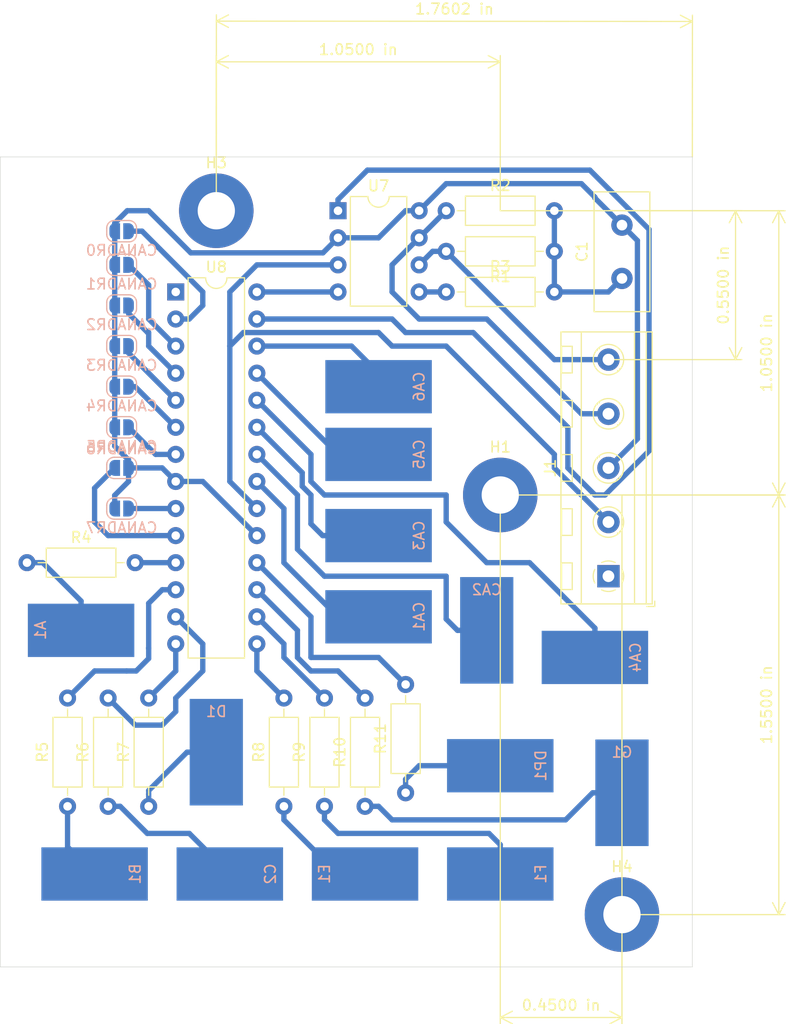
<source format=kicad_pcb>
(kicad_pcb (version 20171130) (host pcbnew "(5.1.5)-3")

  (general
    (thickness 1.6)
    (drawings 10)
    (tracks 193)
    (zones 0)
    (modules 40)
    (nets 41)
  )

  (page A4)
  (layers
    (0 F.Cu signal)
    (31 B.Cu signal)
    (32 B.Adhes user)
    (33 F.Adhes user)
    (34 B.Paste user)
    (35 F.Paste user)
    (36 B.SilkS user)
    (37 F.SilkS user)
    (38 B.Mask user)
    (39 F.Mask user)
    (40 Dwgs.User user)
    (41 Cmts.User user)
    (42 Eco1.User user)
    (43 Eco2.User user)
    (44 Edge.Cuts user)
    (45 Margin user)
    (46 B.CrtYd user)
    (47 F.CrtYd user)
    (48 B.Fab user)
    (49 F.Fab user)
  )

  (setup
    (last_trace_width 0.5)
    (trace_clearance 0.2)
    (zone_clearance 0.508)
    (zone_45_only no)
    (trace_min 0.5)
    (via_size 0.8)
    (via_drill 0.4)
    (via_min_size 0.4)
    (via_min_drill 0.3)
    (uvia_size 0.3)
    (uvia_drill 0.1)
    (uvias_allowed no)
    (uvia_min_size 0.2)
    (uvia_min_drill 0.1)
    (edge_width 0.05)
    (segment_width 0.2)
    (pcb_text_width 0.3)
    (pcb_text_size 1.5 1.5)
    (mod_edge_width 0.12)
    (mod_text_size 1 1)
    (mod_text_width 0.15)
    (pad_size 1.524 1.524)
    (pad_drill 0.762)
    (pad_to_mask_clearance 0.051)
    (solder_mask_min_width 0.25)
    (aux_axis_origin 0 0)
    (visible_elements 7FFFFFFF)
    (pcbplotparams
      (layerselection 0x01000_fffffffe)
      (usegerberextensions false)
      (usegerberattributes false)
      (usegerberadvancedattributes false)
      (creategerberjobfile false)
      (excludeedgelayer true)
      (linewidth 0.100000)
      (plotframeref false)
      (viasonmask false)
      (mode 1)
      (useauxorigin false)
      (hpglpennumber 1)
      (hpglpenspeed 20)
      (hpglpendiameter 15.000000)
      (psnegative false)
      (psa4output false)
      (plotreference true)
      (plotvalue true)
      (plotinvisibletext false)
      (padsonsilk false)
      (subtractmaskfromsilk false)
      (outputformat 1)
      (mirror false)
      (drillshape 0)
      (scaleselection 1)
      (outputdirectory ""))
  )

  (net 0 "")
  (net 1 GND)
  (net 2 "Net-(C1-Pad1)")
  (net 3 "Net-(CANADR0-Pad2)")
  (net 4 "Net-(CANADR1-Pad2)")
  (net 5 "Net-(CANADR2-Pad2)")
  (net 6 "Net-(CANADR3-Pad2)")
  (net 7 "Net-(CANADR4-Pad2)")
  (net 8 "Net-(CANADR5-Pad2)")
  (net 9 "Net-(CANADR6-Pad2)")
  (net 10 "Net-(CANADR7-Pad2)")
  (net 11 "Net-(J1-Pad5)")
  (net 12 "Net-(J1-Pad4)")
  (net 13 +5V)
  (net 14 "Net-(J1-Pad1)")
  (net 15 "Net-(R3-Pad1)")
  (net 16 "Net-(R4-Pad2)")
  (net 17 "Net-(R5-Pad2)")
  (net 18 "Net-(R6-Pad2)")
  (net 19 "Net-(R7-Pad2)")
  (net 20 "Net-(R8-Pad2)")
  (net 21 "Net-(R9-Pad2)")
  (net 22 "Net-(R10-Pad2)")
  (net 23 "Net-(R11-Pad2)")
  (net 24 "Net-(U7-Pad4)")
  (net 25 "Net-(U7-Pad1)")
  (net 26 "Net-(U8-Pad1)")
  (net 27 "Net-(A1-Pad1)")
  (net 28 "Net-(B1-Pad1)")
  (net 29 "Net-(C2-Pad1)")
  (net 30 "Net-(CA1-Pad1)")
  (net 31 "Net-(CA2-Pad1)")
  (net 32 "Net-(CA3-Pad1)")
  (net 33 "Net-(CA4-Pad1)")
  (net 34 "Net-(CA5-Pad1)")
  (net 35 "Net-(CA6-Pad1)")
  (net 36 "Net-(D1-Pad1)")
  (net 37 "Net-(DP1-Pad1)")
  (net 38 "Net-(E1-Pad1)")
  (net 39 "Net-(F1-Pad1)")
  (net 40 "Net-(G1-Pad1)")

  (net_class Default "Dies ist die voreingestellte Netzklasse."
    (clearance 0.2)
    (trace_width 0.5)
    (via_dia 0.8)
    (via_drill 0.4)
    (uvia_dia 0.3)
    (uvia_drill 0.1)
    (add_net +5V)
    (add_net GND)
    (add_net "Net-(A1-Pad1)")
    (add_net "Net-(B1-Pad1)")
    (add_net "Net-(C1-Pad1)")
    (add_net "Net-(C2-Pad1)")
    (add_net "Net-(CA1-Pad1)")
    (add_net "Net-(CA2-Pad1)")
    (add_net "Net-(CA3-Pad1)")
    (add_net "Net-(CA4-Pad1)")
    (add_net "Net-(CA5-Pad1)")
    (add_net "Net-(CA6-Pad1)")
    (add_net "Net-(CANADR0-Pad2)")
    (add_net "Net-(CANADR1-Pad2)")
    (add_net "Net-(CANADR2-Pad2)")
    (add_net "Net-(CANADR3-Pad2)")
    (add_net "Net-(CANADR4-Pad2)")
    (add_net "Net-(CANADR5-Pad2)")
    (add_net "Net-(CANADR6-Pad2)")
    (add_net "Net-(CANADR7-Pad2)")
    (add_net "Net-(D1-Pad1)")
    (add_net "Net-(DP1-Pad1)")
    (add_net "Net-(E1-Pad1)")
    (add_net "Net-(F1-Pad1)")
    (add_net "Net-(G1-Pad1)")
    (add_net "Net-(J1-Pad1)")
    (add_net "Net-(J1-Pad4)")
    (add_net "Net-(J1-Pad5)")
    (add_net "Net-(R10-Pad2)")
    (add_net "Net-(R11-Pad2)")
    (add_net "Net-(R3-Pad1)")
    (add_net "Net-(R4-Pad2)")
    (add_net "Net-(R5-Pad2)")
    (add_net "Net-(R6-Pad2)")
    (add_net "Net-(R7-Pad2)")
    (add_net "Net-(R8-Pad2)")
    (add_net "Net-(R9-Pad2)")
    (add_net "Net-(U7-Pad1)")
    (add_net "Net-(U7-Pad4)")
    (add_net "Net-(U8-Pad1)")
  )

  (module MountingHole:MountingHole_3.5mm_Pad (layer F.Cu) (tedit 56D1B4CB) (tstamp 61A93E22)
    (at 60.96 45.72)
    (descr "Mounting Hole 3.5mm")
    (tags "mounting hole 3.5mm")
    (path /61B86A61)
    (attr virtual)
    (fp_text reference H1 (at 0 -4.5) (layer F.SilkS)
      (effects (font (size 1 1) (thickness 0.15)))
    )
    (fp_text value MountingHole (at 0 4.5) (layer F.Fab)
      (effects (font (size 1 1) (thickness 0.15)))
    )
    (fp_circle (center 0 0) (end 3.75 0) (layer F.CrtYd) (width 0.05))
    (fp_circle (center 0 0) (end 3.5 0) (layer Cmts.User) (width 0.15))
    (fp_text user %R (at 0.3 0) (layer F.Fab)
      (effects (font (size 1 1) (thickness 0.15)))
    )
    (pad 1 thru_hole circle (at 0 0) (size 7 7) (drill 3.5) (layers *.Cu *.Mask))
  )

  (module Connector_Wire:SolderWirePad_1x01_SMD_5x10mm (layer B.Cu) (tedit 5640A485) (tstamp 61A98AF6)
    (at 72.39 73.66 180)
    (descr "Wire Pad, Square, SMD Pad,  5mm x 10mm,")
    (tags "MesurementPoint Square SMDPad 5mmx10mm ")
    (path /61BCA50F)
    (attr smd virtual)
    (fp_text reference G1 (at 0 3.81) (layer B.SilkS)
      (effects (font (size 1 1) (thickness 0.15)) (justify mirror))
    )
    (fp_text value Conn_01x01 (at 0 -6.35) (layer B.Fab)
      (effects (font (size 1 1) (thickness 0.15)) (justify mirror))
    )
    (fp_line (start -2.75 5.25) (end -2.75 -5.25) (layer B.CrtYd) (width 0.05))
    (fp_line (start -2.75 -5.25) (end 2.75 -5.25) (layer B.CrtYd) (width 0.05))
    (fp_line (start 2.75 -5.25) (end 2.75 5.25) (layer B.CrtYd) (width 0.05))
    (fp_line (start 2.75 5.25) (end -2.75 5.25) (layer B.CrtYd) (width 0.05))
    (fp_text user %R (at 0 0) (layer B.Fab)
      (effects (font (size 1 1) (thickness 0.15)) (justify mirror))
    )
    (pad 1 smd rect (at 0 0 180) (size 5 10) (layers B.Cu B.Paste B.Mask)
      (net 40 "Net-(G1-Pad1)"))
  )

  (module Connector_Wire:SolderWirePad_1x01_SMD_5x10mm (layer B.Cu) (tedit 5640A485) (tstamp 61A98AEC)
    (at 60.96 81.28 90)
    (descr "Wire Pad, Square, SMD Pad,  5mm x 10mm,")
    (tags "MesurementPoint Square SMDPad 5mmx10mm ")
    (path /61BCB1CA)
    (attr smd virtual)
    (fp_text reference F1 (at 0 3.81 90) (layer B.SilkS)
      (effects (font (size 1 1) (thickness 0.15)) (justify mirror))
    )
    (fp_text value Conn_01x01 (at 0 -6.35 90) (layer B.Fab)
      (effects (font (size 1 1) (thickness 0.15)) (justify mirror))
    )
    (fp_line (start -2.75 5.25) (end -2.75 -5.25) (layer B.CrtYd) (width 0.05))
    (fp_line (start -2.75 -5.25) (end 2.75 -5.25) (layer B.CrtYd) (width 0.05))
    (fp_line (start 2.75 -5.25) (end 2.75 5.25) (layer B.CrtYd) (width 0.05))
    (fp_line (start 2.75 5.25) (end -2.75 5.25) (layer B.CrtYd) (width 0.05))
    (fp_text user %R (at 0 0 90) (layer B.Fab)
      (effects (font (size 1 1) (thickness 0.15)) (justify mirror))
    )
    (pad 1 smd rect (at 0 0 90) (size 5 10) (layers B.Cu B.Paste B.Mask)
      (net 39 "Net-(F1-Pad1)"))
  )

  (module Connector_Wire:SolderWirePad_1x01_SMD_5x10mm (layer B.Cu) (tedit 5640A485) (tstamp 61A98AE2)
    (at 48.26 81.28 270)
    (descr "Wire Pad, Square, SMD Pad,  5mm x 10mm,")
    (tags "MesurementPoint Square SMDPad 5mmx10mm ")
    (path /61BCB1D0)
    (attr smd virtual)
    (fp_text reference E1 (at 0 3.81 90) (layer B.SilkS)
      (effects (font (size 1 1) (thickness 0.15)) (justify mirror))
    )
    (fp_text value Conn_01x01 (at 0 -6.35 90) (layer B.Fab)
      (effects (font (size 1 1) (thickness 0.15)) (justify mirror))
    )
    (fp_line (start -2.75 5.25) (end -2.75 -5.25) (layer B.CrtYd) (width 0.05))
    (fp_line (start -2.75 -5.25) (end 2.75 -5.25) (layer B.CrtYd) (width 0.05))
    (fp_line (start 2.75 -5.25) (end 2.75 5.25) (layer B.CrtYd) (width 0.05))
    (fp_line (start 2.75 5.25) (end -2.75 5.25) (layer B.CrtYd) (width 0.05))
    (fp_text user %R (at 0 0 90) (layer B.Fab)
      (effects (font (size 1 1) (thickness 0.15)) (justify mirror))
    )
    (pad 1 smd rect (at 0 0 270) (size 5 10) (layers B.Cu B.Paste B.Mask)
      (net 38 "Net-(E1-Pad1)"))
  )

  (module Connector_Wire:SolderWirePad_1x01_SMD_5x10mm (layer B.Cu) (tedit 5640A485) (tstamp 61A98AD8)
    (at 60.96 71.12 90)
    (descr "Wire Pad, Square, SMD Pad,  5mm x 10mm,")
    (tags "MesurementPoint Square SMDPad 5mmx10mm ")
    (path /61BC8A9A)
    (attr smd virtual)
    (fp_text reference DP1 (at 0 3.81 90) (layer B.SilkS)
      (effects (font (size 1 1) (thickness 0.15)) (justify mirror))
    )
    (fp_text value Conn_01x01 (at 0 -6.35 90) (layer B.Fab)
      (effects (font (size 1 1) (thickness 0.15)) (justify mirror))
    )
    (fp_line (start -2.75 5.25) (end -2.75 -5.25) (layer B.CrtYd) (width 0.05))
    (fp_line (start -2.75 -5.25) (end 2.75 -5.25) (layer B.CrtYd) (width 0.05))
    (fp_line (start 2.75 -5.25) (end 2.75 5.25) (layer B.CrtYd) (width 0.05))
    (fp_line (start 2.75 5.25) (end -2.75 5.25) (layer B.CrtYd) (width 0.05))
    (fp_text user %R (at 0 0 90) (layer B.Fab)
      (effects (font (size 1 1) (thickness 0.15)) (justify mirror))
    )
    (pad 1 smd rect (at 0 0 90) (size 5 10) (layers B.Cu B.Paste B.Mask)
      (net 37 "Net-(DP1-Pad1)"))
  )

  (module Connector_Wire:SolderWirePad_1x01_SMD_5x10mm (layer B.Cu) (tedit 5640A485) (tstamp 61A98ACE)
    (at 34.29 69.85 180)
    (descr "Wire Pad, Square, SMD Pad,  5mm x 10mm,")
    (tags "MesurementPoint Square SMDPad 5mmx10mm ")
    (path /61BCBA55)
    (attr smd virtual)
    (fp_text reference D1 (at 0 3.81) (layer B.SilkS)
      (effects (font (size 1 1) (thickness 0.15)) (justify mirror))
    )
    (fp_text value Conn_01x01 (at 0 -6.35) (layer B.Fab)
      (effects (font (size 1 1) (thickness 0.15)) (justify mirror))
    )
    (fp_line (start -2.75 5.25) (end -2.75 -5.25) (layer B.CrtYd) (width 0.05))
    (fp_line (start -2.75 -5.25) (end 2.75 -5.25) (layer B.CrtYd) (width 0.05))
    (fp_line (start 2.75 -5.25) (end 2.75 5.25) (layer B.CrtYd) (width 0.05))
    (fp_line (start 2.75 5.25) (end -2.75 5.25) (layer B.CrtYd) (width 0.05))
    (fp_text user %R (at 0 0) (layer B.Fab)
      (effects (font (size 1 1) (thickness 0.15)) (justify mirror))
    )
    (pad 1 smd rect (at 0 0 180) (size 5 10) (layers B.Cu B.Paste B.Mask)
      (net 36 "Net-(D1-Pad1)"))
  )

  (module Connector_Wire:SolderWirePad_1x01_SMD_5x10mm (layer B.Cu) (tedit 5640A485) (tstamp 61A989B4)
    (at 49.53 35.56 90)
    (descr "Wire Pad, Square, SMD Pad,  5mm x 10mm,")
    (tags "MesurementPoint Square SMDPad 5mmx10mm ")
    (path /61BCD197)
    (attr smd virtual)
    (fp_text reference CA6 (at 0 3.81 90) (layer B.SilkS)
      (effects (font (size 1 1) (thickness 0.15)) (justify mirror))
    )
    (fp_text value Conn_01x01 (at 0 -6.35 90) (layer B.Fab)
      (effects (font (size 1 1) (thickness 0.15)) (justify mirror))
    )
    (fp_line (start -2.75 5.25) (end -2.75 -5.25) (layer B.CrtYd) (width 0.05))
    (fp_line (start -2.75 -5.25) (end 2.75 -5.25) (layer B.CrtYd) (width 0.05))
    (fp_line (start 2.75 -5.25) (end 2.75 5.25) (layer B.CrtYd) (width 0.05))
    (fp_line (start 2.75 5.25) (end -2.75 5.25) (layer B.CrtYd) (width 0.05))
    (fp_text user %R (at 0 0 90) (layer B.Fab)
      (effects (font (size 1 1) (thickness 0.15)) (justify mirror))
    )
    (pad 1 smd rect (at 0 0 90) (size 5 10) (layers B.Cu B.Paste B.Mask)
      (net 35 "Net-(CA6-Pad1)"))
  )

  (module Connector_Wire:SolderWirePad_1x01_SMD_5x10mm (layer B.Cu) (tedit 5640A485) (tstamp 61A989AA)
    (at 49.53 41.91 90)
    (descr "Wire Pad, Square, SMD Pad,  5mm x 10mm,")
    (tags "MesurementPoint Square SMDPad 5mmx10mm ")
    (path /61BCD19D)
    (attr smd virtual)
    (fp_text reference CA5 (at 0 3.81 90) (layer B.SilkS)
      (effects (font (size 1 1) (thickness 0.15)) (justify mirror))
    )
    (fp_text value Conn_01x01 (at 0 -6.35 90) (layer B.Fab)
      (effects (font (size 1 1) (thickness 0.15)) (justify mirror))
    )
    (fp_line (start -2.75 5.25) (end -2.75 -5.25) (layer B.CrtYd) (width 0.05))
    (fp_line (start -2.75 -5.25) (end 2.75 -5.25) (layer B.CrtYd) (width 0.05))
    (fp_line (start 2.75 -5.25) (end 2.75 5.25) (layer B.CrtYd) (width 0.05))
    (fp_line (start 2.75 5.25) (end -2.75 5.25) (layer B.CrtYd) (width 0.05))
    (fp_text user %R (at 0 0 90) (layer B.Fab)
      (effects (font (size 1 1) (thickness 0.15)) (justify mirror))
    )
    (pad 1 smd rect (at 0 0 90) (size 5 10) (layers B.Cu B.Paste B.Mask)
      (net 34 "Net-(CA5-Pad1)"))
  )

  (module Connector_Wire:SolderWirePad_1x01_SMD_5x10mm (layer B.Cu) (tedit 5640A485) (tstamp 61A989A0)
    (at 69.85 60.96 90)
    (descr "Wire Pad, Square, SMD Pad,  5mm x 10mm,")
    (tags "MesurementPoint Square SMDPad 5mmx10mm ")
    (path /61BCDB68)
    (attr smd virtual)
    (fp_text reference CA4 (at 0 3.81 90) (layer B.SilkS)
      (effects (font (size 1 1) (thickness 0.15)) (justify mirror))
    )
    (fp_text value Conn_01x01 (at 0 -6.35 90) (layer B.Fab)
      (effects (font (size 1 1) (thickness 0.15)) (justify mirror))
    )
    (fp_line (start -2.75 5.25) (end -2.75 -5.25) (layer B.CrtYd) (width 0.05))
    (fp_line (start -2.75 -5.25) (end 2.75 -5.25) (layer B.CrtYd) (width 0.05))
    (fp_line (start 2.75 -5.25) (end 2.75 5.25) (layer B.CrtYd) (width 0.05))
    (fp_line (start 2.75 5.25) (end -2.75 5.25) (layer B.CrtYd) (width 0.05))
    (fp_text user %R (at 0 0 90) (layer B.Fab)
      (effects (font (size 1 1) (thickness 0.15)) (justify mirror))
    )
    (pad 1 smd rect (at 0 0 90) (size 5 10) (layers B.Cu B.Paste B.Mask)
      (net 33 "Net-(CA4-Pad1)"))
  )

  (module Connector_Wire:SolderWirePad_1x01_SMD_5x10mm (layer B.Cu) (tedit 5640A485) (tstamp 61A98996)
    (at 49.53 49.53 90)
    (descr "Wire Pad, Square, SMD Pad,  5mm x 10mm,")
    (tags "MesurementPoint Square SMDPad 5mmx10mm ")
    (path /61BCDB6E)
    (attr smd virtual)
    (fp_text reference CA3 (at 0 3.81 90) (layer B.SilkS)
      (effects (font (size 1 1) (thickness 0.15)) (justify mirror))
    )
    (fp_text value Conn_01x01 (at 0 -6.35 90) (layer B.Fab)
      (effects (font (size 1 1) (thickness 0.15)) (justify mirror))
    )
    (fp_line (start -2.75 5.25) (end -2.75 -5.25) (layer B.CrtYd) (width 0.05))
    (fp_line (start -2.75 -5.25) (end 2.75 -5.25) (layer B.CrtYd) (width 0.05))
    (fp_line (start 2.75 -5.25) (end 2.75 5.25) (layer B.CrtYd) (width 0.05))
    (fp_line (start 2.75 5.25) (end -2.75 5.25) (layer B.CrtYd) (width 0.05))
    (fp_text user %R (at 0 0 90) (layer B.Fab)
      (effects (font (size 1 1) (thickness 0.15)) (justify mirror))
    )
    (pad 1 smd rect (at 0 0 90) (size 5 10) (layers B.Cu B.Paste B.Mask)
      (net 32 "Net-(CA3-Pad1)"))
  )

  (module Connector_Wire:SolderWirePad_1x01_SMD_5x10mm (layer B.Cu) (tedit 5640A485) (tstamp 61A9898C)
    (at 59.69 58.42 180)
    (descr "Wire Pad, Square, SMD Pad,  5mm x 10mm,")
    (tags "MesurementPoint Square SMDPad 5mmx10mm ")
    (path /61BCE3E5)
    (attr smd virtual)
    (fp_text reference CA2 (at 0 3.81) (layer B.SilkS)
      (effects (font (size 1 1) (thickness 0.15)) (justify mirror))
    )
    (fp_text value Conn_01x01 (at 0 -6.35) (layer B.Fab)
      (effects (font (size 1 1) (thickness 0.15)) (justify mirror))
    )
    (fp_line (start -2.75 5.25) (end -2.75 -5.25) (layer B.CrtYd) (width 0.05))
    (fp_line (start -2.75 -5.25) (end 2.75 -5.25) (layer B.CrtYd) (width 0.05))
    (fp_line (start 2.75 -5.25) (end 2.75 5.25) (layer B.CrtYd) (width 0.05))
    (fp_line (start 2.75 5.25) (end -2.75 5.25) (layer B.CrtYd) (width 0.05))
    (fp_text user %R (at 0 0) (layer B.Fab)
      (effects (font (size 1 1) (thickness 0.15)) (justify mirror))
    )
    (pad 1 smd rect (at 0 0 180) (size 5 10) (layers B.Cu B.Paste B.Mask)
      (net 31 "Net-(CA2-Pad1)"))
  )

  (module Connector_Wire:SolderWirePad_1x01_SMD_5x10mm (layer B.Cu) (tedit 5640A485) (tstamp 61A98982)
    (at 49.53 57.15 90)
    (descr "Wire Pad, Square, SMD Pad,  5mm x 10mm,")
    (tags "MesurementPoint Square SMDPad 5mmx10mm ")
    (path /61BCE3EB)
    (attr smd virtual)
    (fp_text reference CA1 (at 0 3.81 90) (layer B.SilkS)
      (effects (font (size 1 1) (thickness 0.15)) (justify mirror))
    )
    (fp_text value Conn_01x01 (at 0 -6.35 90) (layer B.Fab)
      (effects (font (size 1 1) (thickness 0.15)) (justify mirror))
    )
    (fp_line (start -2.75 5.25) (end -2.75 -5.25) (layer B.CrtYd) (width 0.05))
    (fp_line (start -2.75 -5.25) (end 2.75 -5.25) (layer B.CrtYd) (width 0.05))
    (fp_line (start 2.75 -5.25) (end 2.75 5.25) (layer B.CrtYd) (width 0.05))
    (fp_line (start 2.75 5.25) (end -2.75 5.25) (layer B.CrtYd) (width 0.05))
    (fp_text user %R (at 0 0 90) (layer B.Fab)
      (effects (font (size 1 1) (thickness 0.15)) (justify mirror))
    )
    (pad 1 smd rect (at 0 0 90) (size 5 10) (layers B.Cu B.Paste B.Mask)
      (net 30 "Net-(CA1-Pad1)"))
  )

  (module Connector_Wire:SolderWirePad_1x01_SMD_5x10mm (layer B.Cu) (tedit 5640A485) (tstamp 61A98978)
    (at 35.56 81.28 90)
    (descr "Wire Pad, Square, SMD Pad,  5mm x 10mm,")
    (tags "MesurementPoint Square SMDPad 5mmx10mm ")
    (path /61BCBA5B)
    (attr smd virtual)
    (fp_text reference C2 (at 0 3.81 90) (layer B.SilkS)
      (effects (font (size 1 1) (thickness 0.15)) (justify mirror))
    )
    (fp_text value Conn_01x01 (at 0 -6.35 90) (layer B.Fab)
      (effects (font (size 1 1) (thickness 0.15)) (justify mirror))
    )
    (fp_line (start -2.75 5.25) (end -2.75 -5.25) (layer B.CrtYd) (width 0.05))
    (fp_line (start -2.75 -5.25) (end 2.75 -5.25) (layer B.CrtYd) (width 0.05))
    (fp_line (start 2.75 -5.25) (end 2.75 5.25) (layer B.CrtYd) (width 0.05))
    (fp_line (start 2.75 5.25) (end -2.75 5.25) (layer B.CrtYd) (width 0.05))
    (fp_text user %R (at 0 0 90) (layer B.Fab)
      (effects (font (size 1 1) (thickness 0.15)) (justify mirror))
    )
    (pad 1 smd rect (at 0 0 90) (size 5 10) (layers B.Cu B.Paste B.Mask)
      (net 29 "Net-(C2-Pad1)"))
  )

  (module Connector_Wire:SolderWirePad_1x01_SMD_5x10mm (layer B.Cu) (tedit 5640A485) (tstamp 61A9894A)
    (at 22.86 81.28 90)
    (descr "Wire Pad, Square, SMD Pad,  5mm x 10mm,")
    (tags "MesurementPoint Square SMDPad 5mmx10mm ")
    (path /61BCC39E)
    (attr smd virtual)
    (fp_text reference B1 (at 0 3.81 90) (layer B.SilkS)
      (effects (font (size 1 1) (thickness 0.15)) (justify mirror))
    )
    (fp_text value Conn_01x01 (at 0 -6.35 90) (layer B.Fab)
      (effects (font (size 1 1) (thickness 0.15)) (justify mirror))
    )
    (fp_line (start -2.75 5.25) (end -2.75 -5.25) (layer B.CrtYd) (width 0.05))
    (fp_line (start -2.75 -5.25) (end 2.75 -5.25) (layer B.CrtYd) (width 0.05))
    (fp_line (start 2.75 -5.25) (end 2.75 5.25) (layer B.CrtYd) (width 0.05))
    (fp_line (start 2.75 5.25) (end -2.75 5.25) (layer B.CrtYd) (width 0.05))
    (fp_text user %R (at 0 0 90) (layer B.Fab)
      (effects (font (size 1 1) (thickness 0.15)) (justify mirror))
    )
    (pad 1 smd rect (at 0 0 90) (size 5 10) (layers B.Cu B.Paste B.Mask)
      (net 28 "Net-(B1-Pad1)"))
  )

  (module Connector_Wire:SolderWirePad_1x01_SMD_5x10mm (layer B.Cu) (tedit 5640A485) (tstamp 61A98940)
    (at 21.59 58.42 270)
    (descr "Wire Pad, Square, SMD Pad,  5mm x 10mm,")
    (tags "MesurementPoint Square SMDPad 5mmx10mm ")
    (path /61BCC3A4)
    (attr smd virtual)
    (fp_text reference A1 (at 0 3.81 90) (layer B.SilkS)
      (effects (font (size 1 1) (thickness 0.15)) (justify mirror))
    )
    (fp_text value Conn_01x01 (at 0 -6.35 90) (layer B.Fab)
      (effects (font (size 1 1) (thickness 0.15)) (justify mirror))
    )
    (fp_line (start -2.75 5.25) (end -2.75 -5.25) (layer B.CrtYd) (width 0.05))
    (fp_line (start -2.75 -5.25) (end 2.75 -5.25) (layer B.CrtYd) (width 0.05))
    (fp_line (start 2.75 -5.25) (end 2.75 5.25) (layer B.CrtYd) (width 0.05))
    (fp_line (start 2.75 5.25) (end -2.75 5.25) (layer B.CrtYd) (width 0.05))
    (fp_text user %R (at 0 0 90) (layer B.Fab)
      (effects (font (size 1 1) (thickness 0.15)) (justify mirror))
    )
    (pad 1 smd rect (at 0 0 270) (size 5 10) (layers B.Cu B.Paste B.Mask)
      (net 27 "Net-(A1-Pad1)"))
  )

  (module Package_DIP:DIP-28_W7.62mm (layer F.Cu) (tedit 5A02E8C5) (tstamp 61A9406A)
    (at 30.48 26.67)
    (descr "28-lead though-hole mounted DIP package, row spacing 7.62 mm (300 mils)")
    (tags "THT DIP DIL PDIP 2.54mm 7.62mm 300mil")
    (path /61AAE431)
    (fp_text reference U8 (at 3.81 -2.33) (layer F.SilkS)
      (effects (font (size 1 1) (thickness 0.15)))
    )
    (fp_text value PIC18F26K83-xSP (at 3.81 35.35) (layer F.Fab)
      (effects (font (size 1 1) (thickness 0.15)))
    )
    (fp_text user %R (at 3.81 16.51) (layer F.Fab)
      (effects (font (size 1 1) (thickness 0.15)))
    )
    (fp_line (start 8.7 -1.55) (end -1.1 -1.55) (layer F.CrtYd) (width 0.05))
    (fp_line (start 8.7 34.55) (end 8.7 -1.55) (layer F.CrtYd) (width 0.05))
    (fp_line (start -1.1 34.55) (end 8.7 34.55) (layer F.CrtYd) (width 0.05))
    (fp_line (start -1.1 -1.55) (end -1.1 34.55) (layer F.CrtYd) (width 0.05))
    (fp_line (start 6.46 -1.33) (end 4.81 -1.33) (layer F.SilkS) (width 0.12))
    (fp_line (start 6.46 34.35) (end 6.46 -1.33) (layer F.SilkS) (width 0.12))
    (fp_line (start 1.16 34.35) (end 6.46 34.35) (layer F.SilkS) (width 0.12))
    (fp_line (start 1.16 -1.33) (end 1.16 34.35) (layer F.SilkS) (width 0.12))
    (fp_line (start 2.81 -1.33) (end 1.16 -1.33) (layer F.SilkS) (width 0.12))
    (fp_line (start 0.635 -0.27) (end 1.635 -1.27) (layer F.Fab) (width 0.1))
    (fp_line (start 0.635 34.29) (end 0.635 -0.27) (layer F.Fab) (width 0.1))
    (fp_line (start 6.985 34.29) (end 0.635 34.29) (layer F.Fab) (width 0.1))
    (fp_line (start 6.985 -1.27) (end 6.985 34.29) (layer F.Fab) (width 0.1))
    (fp_line (start 1.635 -1.27) (end 6.985 -1.27) (layer F.Fab) (width 0.1))
    (fp_arc (start 3.81 -1.33) (end 2.81 -1.33) (angle -180) (layer F.SilkS) (width 0.12))
    (pad 28 thru_hole oval (at 7.62 0) (size 1.6 1.6) (drill 0.8) (layers *.Cu *.Mask)
      (net 24 "Net-(U7-Pad4)"))
    (pad 14 thru_hole oval (at 0 33.02) (size 1.6 1.6) (drill 0.8) (layers *.Cu *.Mask)
      (net 19 "Net-(R7-Pad2)"))
    (pad 27 thru_hole oval (at 7.62 2.54) (size 1.6 1.6) (drill 0.8) (layers *.Cu *.Mask)
      (net 25 "Net-(U7-Pad1)"))
    (pad 13 thru_hole oval (at 0 30.48) (size 1.6 1.6) (drill 0.8) (layers *.Cu *.Mask)
      (net 18 "Net-(R6-Pad2)"))
    (pad 26 thru_hole oval (at 7.62 5.08) (size 1.6 1.6) (drill 0.8) (layers *.Cu *.Mask)
      (net 35 "Net-(CA6-Pad1)"))
    (pad 12 thru_hole oval (at 0 27.94) (size 1.6 1.6) (drill 0.8) (layers *.Cu *.Mask)
      (net 17 "Net-(R5-Pad2)"))
    (pad 25 thru_hole oval (at 7.62 7.62) (size 1.6 1.6) (drill 0.8) (layers *.Cu *.Mask)
      (net 34 "Net-(CA5-Pad1)"))
    (pad 11 thru_hole oval (at 0 25.4) (size 1.6 1.6) (drill 0.8) (layers *.Cu *.Mask)
      (net 16 "Net-(R4-Pad2)"))
    (pad 24 thru_hole oval (at 7.62 10.16) (size 1.6 1.6) (drill 0.8) (layers *.Cu *.Mask)
      (net 33 "Net-(CA4-Pad1)"))
    (pad 10 thru_hole oval (at 0 22.86) (size 1.6 1.6) (drill 0.8) (layers *.Cu *.Mask)
      (net 9 "Net-(CANADR6-Pad2)"))
    (pad 23 thru_hole oval (at 7.62 12.7) (size 1.6 1.6) (drill 0.8) (layers *.Cu *.Mask)
      (net 32 "Net-(CA3-Pad1)"))
    (pad 9 thru_hole oval (at 0 20.32) (size 1.6 1.6) (drill 0.8) (layers *.Cu *.Mask)
      (net 10 "Net-(CANADR7-Pad2)"))
    (pad 22 thru_hole oval (at 7.62 15.24) (size 1.6 1.6) (drill 0.8) (layers *.Cu *.Mask)
      (net 31 "Net-(CA2-Pad1)"))
    (pad 8 thru_hole oval (at 0 17.78) (size 1.6 1.6) (drill 0.8) (layers *.Cu *.Mask)
      (net 1 GND))
    (pad 21 thru_hole oval (at 7.62 17.78) (size 1.6 1.6) (drill 0.8) (layers *.Cu *.Mask)
      (net 30 "Net-(CA1-Pad1)"))
    (pad 7 thru_hole oval (at 0 15.24) (size 1.6 1.6) (drill 0.8) (layers *.Cu *.Mask)
      (net 8 "Net-(CANADR5-Pad2)"))
    (pad 20 thru_hole oval (at 7.62 20.32) (size 1.6 1.6) (drill 0.8) (layers *.Cu *.Mask)
      (net 13 +5V))
    (pad 6 thru_hole oval (at 0 12.7) (size 1.6 1.6) (drill 0.8) (layers *.Cu *.Mask)
      (net 7 "Net-(CANADR4-Pad2)"))
    (pad 19 thru_hole oval (at 7.62 22.86) (size 1.6 1.6) (drill 0.8) (layers *.Cu *.Mask)
      (net 1 GND))
    (pad 5 thru_hole oval (at 0 10.16) (size 1.6 1.6) (drill 0.8) (layers *.Cu *.Mask)
      (net 6 "Net-(CANADR3-Pad2)"))
    (pad 18 thru_hole oval (at 7.62 25.4) (size 1.6 1.6) (drill 0.8) (layers *.Cu *.Mask)
      (net 23 "Net-(R11-Pad2)"))
    (pad 4 thru_hole oval (at 0 7.62) (size 1.6 1.6) (drill 0.8) (layers *.Cu *.Mask)
      (net 5 "Net-(CANADR2-Pad2)"))
    (pad 17 thru_hole oval (at 7.62 27.94) (size 1.6 1.6) (drill 0.8) (layers *.Cu *.Mask)
      (net 22 "Net-(R10-Pad2)"))
    (pad 3 thru_hole oval (at 0 5.08) (size 1.6 1.6) (drill 0.8) (layers *.Cu *.Mask)
      (net 4 "Net-(CANADR1-Pad2)"))
    (pad 16 thru_hole oval (at 7.62 30.48) (size 1.6 1.6) (drill 0.8) (layers *.Cu *.Mask)
      (net 21 "Net-(R9-Pad2)"))
    (pad 2 thru_hole oval (at 0 2.54) (size 1.6 1.6) (drill 0.8) (layers *.Cu *.Mask)
      (net 3 "Net-(CANADR0-Pad2)"))
    (pad 15 thru_hole oval (at 7.62 33.02) (size 1.6 1.6) (drill 0.8) (layers *.Cu *.Mask)
      (net 20 "Net-(R8-Pad2)"))
    (pad 1 thru_hole rect (at 0 0) (size 1.6 1.6) (drill 0.8) (layers *.Cu *.Mask)
      (net 26 "Net-(U8-Pad1)"))
    (model ${KISYS3DMOD}/Package_DIP.3dshapes/DIP-28_W7.62mm.wrl
      (at (xyz 0 0 0))
      (scale (xyz 1 1 1))
      (rotate (xyz 0 0 0))
    )
  )

  (module Package_DIP:DIP-8_W7.62mm (layer F.Cu) (tedit 5A02E8C5) (tstamp 61A9403A)
    (at 45.72 19.05)
    (descr "8-lead though-hole mounted DIP package, row spacing 7.62 mm (300 mils)")
    (tags "THT DIP DIL PDIP 2.54mm 7.62mm 300mil")
    (path /61ABD912)
    (fp_text reference U7 (at 3.81 -2.33) (layer F.SilkS)
      (effects (font (size 1 1) (thickness 0.15)))
    )
    (fp_text value MCP2561-E-P (at 3.81 9.95) (layer F.Fab)
      (effects (font (size 1 1) (thickness 0.15)))
    )
    (fp_text user %R (at 3.81 3.81) (layer F.Fab)
      (effects (font (size 1 1) (thickness 0.15)))
    )
    (fp_line (start 8.7 -1.55) (end -1.1 -1.55) (layer F.CrtYd) (width 0.05))
    (fp_line (start 8.7 9.15) (end 8.7 -1.55) (layer F.CrtYd) (width 0.05))
    (fp_line (start -1.1 9.15) (end 8.7 9.15) (layer F.CrtYd) (width 0.05))
    (fp_line (start -1.1 -1.55) (end -1.1 9.15) (layer F.CrtYd) (width 0.05))
    (fp_line (start 6.46 -1.33) (end 4.81 -1.33) (layer F.SilkS) (width 0.12))
    (fp_line (start 6.46 8.95) (end 6.46 -1.33) (layer F.SilkS) (width 0.12))
    (fp_line (start 1.16 8.95) (end 6.46 8.95) (layer F.SilkS) (width 0.12))
    (fp_line (start 1.16 -1.33) (end 1.16 8.95) (layer F.SilkS) (width 0.12))
    (fp_line (start 2.81 -1.33) (end 1.16 -1.33) (layer F.SilkS) (width 0.12))
    (fp_line (start 0.635 -0.27) (end 1.635 -1.27) (layer F.Fab) (width 0.1))
    (fp_line (start 0.635 8.89) (end 0.635 -0.27) (layer F.Fab) (width 0.1))
    (fp_line (start 6.985 8.89) (end 0.635 8.89) (layer F.Fab) (width 0.1))
    (fp_line (start 6.985 -1.27) (end 6.985 8.89) (layer F.Fab) (width 0.1))
    (fp_line (start 1.635 -1.27) (end 6.985 -1.27) (layer F.Fab) (width 0.1))
    (fp_arc (start 3.81 -1.33) (end 2.81 -1.33) (angle -180) (layer F.SilkS) (width 0.12))
    (pad 8 thru_hole oval (at 7.62 0) (size 1.6 1.6) (drill 0.8) (layers *.Cu *.Mask)
      (net 1 GND))
    (pad 4 thru_hole oval (at 0 7.62) (size 1.6 1.6) (drill 0.8) (layers *.Cu *.Mask)
      (net 24 "Net-(U7-Pad4)"))
    (pad 7 thru_hole oval (at 7.62 2.54) (size 1.6 1.6) (drill 0.8) (layers *.Cu *.Mask)
      (net 12 "Net-(J1-Pad4)"))
    (pad 3 thru_hole oval (at 0 5.08) (size 1.6 1.6) (drill 0.8) (layers *.Cu *.Mask)
      (net 13 +5V))
    (pad 6 thru_hole oval (at 7.62 5.08) (size 1.6 1.6) (drill 0.8) (layers *.Cu *.Mask)
      (net 11 "Net-(J1-Pad5)"))
    (pad 2 thru_hole oval (at 0 2.54) (size 1.6 1.6) (drill 0.8) (layers *.Cu *.Mask)
      (net 1 GND))
    (pad 5 thru_hole oval (at 7.62 7.62) (size 1.6 1.6) (drill 0.8) (layers *.Cu *.Mask)
      (net 15 "Net-(R3-Pad1)"))
    (pad 1 thru_hole rect (at 0 0) (size 1.6 1.6) (drill 0.8) (layers *.Cu *.Mask)
      (net 25 "Net-(U7-Pad1)"))
    (model ${KISYS3DMOD}/Package_DIP.3dshapes/DIP-8_W7.62mm.wrl
      (at (xyz 0 0 0))
      (scale (xyz 1 1 1))
      (rotate (xyz 0 0 0))
    )
  )

  (module Resistor_THT:R_Axial_DIN0207_L6.3mm_D2.5mm_P10.16mm_Horizontal (layer F.Cu) (tedit 5AE5139B) (tstamp 61A93FA6)
    (at 52.07 73.66 90)
    (descr "Resistor, Axial_DIN0207 series, Axial, Horizontal, pin pitch=10.16mm, 0.25W = 1/4W, length*diameter=6.3*2.5mm^2, http://cdn-reichelt.de/documents/datenblatt/B400/1_4W%23YAG.pdf")
    (tags "Resistor Axial_DIN0207 series Axial Horizontal pin pitch 10.16mm 0.25W = 1/4W length 6.3mm diameter 2.5mm")
    (path /61ACFF2F)
    (fp_text reference R11 (at 5.08 -2.37 90) (layer F.SilkS)
      (effects (font (size 1 1) (thickness 0.15)))
    )
    (fp_text value 100 (at 5.08 2.37 90) (layer F.Fab)
      (effects (font (size 1 1) (thickness 0.15)))
    )
    (fp_text user %R (at 5.08 0 90) (layer F.Fab)
      (effects (font (size 1 1) (thickness 0.15)))
    )
    (fp_line (start 11.21 -1.5) (end -1.05 -1.5) (layer F.CrtYd) (width 0.05))
    (fp_line (start 11.21 1.5) (end 11.21 -1.5) (layer F.CrtYd) (width 0.05))
    (fp_line (start -1.05 1.5) (end 11.21 1.5) (layer F.CrtYd) (width 0.05))
    (fp_line (start -1.05 -1.5) (end -1.05 1.5) (layer F.CrtYd) (width 0.05))
    (fp_line (start 9.12 0) (end 8.35 0) (layer F.SilkS) (width 0.12))
    (fp_line (start 1.04 0) (end 1.81 0) (layer F.SilkS) (width 0.12))
    (fp_line (start 8.35 -1.37) (end 1.81 -1.37) (layer F.SilkS) (width 0.12))
    (fp_line (start 8.35 1.37) (end 8.35 -1.37) (layer F.SilkS) (width 0.12))
    (fp_line (start 1.81 1.37) (end 8.35 1.37) (layer F.SilkS) (width 0.12))
    (fp_line (start 1.81 -1.37) (end 1.81 1.37) (layer F.SilkS) (width 0.12))
    (fp_line (start 10.16 0) (end 8.23 0) (layer F.Fab) (width 0.1))
    (fp_line (start 0 0) (end 1.93 0) (layer F.Fab) (width 0.1))
    (fp_line (start 8.23 -1.25) (end 1.93 -1.25) (layer F.Fab) (width 0.1))
    (fp_line (start 8.23 1.25) (end 8.23 -1.25) (layer F.Fab) (width 0.1))
    (fp_line (start 1.93 1.25) (end 8.23 1.25) (layer F.Fab) (width 0.1))
    (fp_line (start 1.93 -1.25) (end 1.93 1.25) (layer F.Fab) (width 0.1))
    (pad 2 thru_hole oval (at 10.16 0 90) (size 1.6 1.6) (drill 0.8) (layers *.Cu *.Mask)
      (net 23 "Net-(R11-Pad2)"))
    (pad 1 thru_hole circle (at 0 0 90) (size 1.6 1.6) (drill 0.8) (layers *.Cu *.Mask)
      (net 37 "Net-(DP1-Pad1)"))
    (model ${KISYS3DMOD}/Resistor_THT.3dshapes/R_Axial_DIN0207_L6.3mm_D2.5mm_P10.16mm_Horizontal.wrl
      (at (xyz 0 0 0))
      (scale (xyz 1 1 1))
      (rotate (xyz 0 0 0))
    )
  )

  (module Resistor_THT:R_Axial_DIN0207_L6.3mm_D2.5mm_P10.16mm_Horizontal (layer F.Cu) (tedit 5AE5139B) (tstamp 61A93F8F)
    (at 48.26 74.93 90)
    (descr "Resistor, Axial_DIN0207 series, Axial, Horizontal, pin pitch=10.16mm, 0.25W = 1/4W, length*diameter=6.3*2.5mm^2, http://cdn-reichelt.de/documents/datenblatt/B400/1_4W%23YAG.pdf")
    (tags "Resistor Axial_DIN0207 series Axial Horizontal pin pitch 10.16mm 0.25W = 1/4W length 6.3mm diameter 2.5mm")
    (path /61AD12D3)
    (fp_text reference R10 (at 5.08 -2.37 90) (layer F.SilkS)
      (effects (font (size 1 1) (thickness 0.15)))
    )
    (fp_text value 100 (at 5.08 2.37 90) (layer F.Fab)
      (effects (font (size 1 1) (thickness 0.15)))
    )
    (fp_text user %R (at 5.08 0 90) (layer F.Fab)
      (effects (font (size 1 1) (thickness 0.15)))
    )
    (fp_line (start 11.21 -1.5) (end -1.05 -1.5) (layer F.CrtYd) (width 0.05))
    (fp_line (start 11.21 1.5) (end 11.21 -1.5) (layer F.CrtYd) (width 0.05))
    (fp_line (start -1.05 1.5) (end 11.21 1.5) (layer F.CrtYd) (width 0.05))
    (fp_line (start -1.05 -1.5) (end -1.05 1.5) (layer F.CrtYd) (width 0.05))
    (fp_line (start 9.12 0) (end 8.35 0) (layer F.SilkS) (width 0.12))
    (fp_line (start 1.04 0) (end 1.81 0) (layer F.SilkS) (width 0.12))
    (fp_line (start 8.35 -1.37) (end 1.81 -1.37) (layer F.SilkS) (width 0.12))
    (fp_line (start 8.35 1.37) (end 8.35 -1.37) (layer F.SilkS) (width 0.12))
    (fp_line (start 1.81 1.37) (end 8.35 1.37) (layer F.SilkS) (width 0.12))
    (fp_line (start 1.81 -1.37) (end 1.81 1.37) (layer F.SilkS) (width 0.12))
    (fp_line (start 10.16 0) (end 8.23 0) (layer F.Fab) (width 0.1))
    (fp_line (start 0 0) (end 1.93 0) (layer F.Fab) (width 0.1))
    (fp_line (start 8.23 -1.25) (end 1.93 -1.25) (layer F.Fab) (width 0.1))
    (fp_line (start 8.23 1.25) (end 8.23 -1.25) (layer F.Fab) (width 0.1))
    (fp_line (start 1.93 1.25) (end 8.23 1.25) (layer F.Fab) (width 0.1))
    (fp_line (start 1.93 -1.25) (end 1.93 1.25) (layer F.Fab) (width 0.1))
    (pad 2 thru_hole oval (at 10.16 0 90) (size 1.6 1.6) (drill 0.8) (layers *.Cu *.Mask)
      (net 22 "Net-(R10-Pad2)"))
    (pad 1 thru_hole circle (at 0 0 90) (size 1.6 1.6) (drill 0.8) (layers *.Cu *.Mask)
      (net 40 "Net-(G1-Pad1)"))
    (model ${KISYS3DMOD}/Resistor_THT.3dshapes/R_Axial_DIN0207_L6.3mm_D2.5mm_P10.16mm_Horizontal.wrl
      (at (xyz 0 0 0))
      (scale (xyz 1 1 1))
      (rotate (xyz 0 0 0))
    )
  )

  (module Resistor_THT:R_Axial_DIN0207_L6.3mm_D2.5mm_P10.16mm_Horizontal (layer F.Cu) (tedit 5AE5139B) (tstamp 61A93F78)
    (at 44.45 74.93 90)
    (descr "Resistor, Axial_DIN0207 series, Axial, Horizontal, pin pitch=10.16mm, 0.25W = 1/4W, length*diameter=6.3*2.5mm^2, http://cdn-reichelt.de/documents/datenblatt/B400/1_4W%23YAG.pdf")
    (tags "Resistor Axial_DIN0207 series Axial Horizontal pin pitch 10.16mm 0.25W = 1/4W length 6.3mm diameter 2.5mm")
    (path /61AD2F57)
    (fp_text reference R9 (at 5.08 -2.37 90) (layer F.SilkS)
      (effects (font (size 1 1) (thickness 0.15)))
    )
    (fp_text value 100 (at 5.08 2.37 90) (layer F.Fab)
      (effects (font (size 1 1) (thickness 0.15)))
    )
    (fp_text user %R (at 5.08 0 90) (layer F.Fab)
      (effects (font (size 1 1) (thickness 0.15)))
    )
    (fp_line (start 11.21 -1.5) (end -1.05 -1.5) (layer F.CrtYd) (width 0.05))
    (fp_line (start 11.21 1.5) (end 11.21 -1.5) (layer F.CrtYd) (width 0.05))
    (fp_line (start -1.05 1.5) (end 11.21 1.5) (layer F.CrtYd) (width 0.05))
    (fp_line (start -1.05 -1.5) (end -1.05 1.5) (layer F.CrtYd) (width 0.05))
    (fp_line (start 9.12 0) (end 8.35 0) (layer F.SilkS) (width 0.12))
    (fp_line (start 1.04 0) (end 1.81 0) (layer F.SilkS) (width 0.12))
    (fp_line (start 8.35 -1.37) (end 1.81 -1.37) (layer F.SilkS) (width 0.12))
    (fp_line (start 8.35 1.37) (end 8.35 -1.37) (layer F.SilkS) (width 0.12))
    (fp_line (start 1.81 1.37) (end 8.35 1.37) (layer F.SilkS) (width 0.12))
    (fp_line (start 1.81 -1.37) (end 1.81 1.37) (layer F.SilkS) (width 0.12))
    (fp_line (start 10.16 0) (end 8.23 0) (layer F.Fab) (width 0.1))
    (fp_line (start 0 0) (end 1.93 0) (layer F.Fab) (width 0.1))
    (fp_line (start 8.23 -1.25) (end 1.93 -1.25) (layer F.Fab) (width 0.1))
    (fp_line (start 8.23 1.25) (end 8.23 -1.25) (layer F.Fab) (width 0.1))
    (fp_line (start 1.93 1.25) (end 8.23 1.25) (layer F.Fab) (width 0.1))
    (fp_line (start 1.93 -1.25) (end 1.93 1.25) (layer F.Fab) (width 0.1))
    (pad 2 thru_hole oval (at 10.16 0 90) (size 1.6 1.6) (drill 0.8) (layers *.Cu *.Mask)
      (net 21 "Net-(R9-Pad2)"))
    (pad 1 thru_hole circle (at 0 0 90) (size 1.6 1.6) (drill 0.8) (layers *.Cu *.Mask)
      (net 39 "Net-(F1-Pad1)"))
    (model ${KISYS3DMOD}/Resistor_THT.3dshapes/R_Axial_DIN0207_L6.3mm_D2.5mm_P10.16mm_Horizontal.wrl
      (at (xyz 0 0 0))
      (scale (xyz 1 1 1))
      (rotate (xyz 0 0 0))
    )
  )

  (module Resistor_THT:R_Axial_DIN0207_L6.3mm_D2.5mm_P10.16mm_Horizontal (layer F.Cu) (tedit 5AE5139B) (tstamp 61A93F61)
    (at 40.64 74.93 90)
    (descr "Resistor, Axial_DIN0207 series, Axial, Horizontal, pin pitch=10.16mm, 0.25W = 1/4W, length*diameter=6.3*2.5mm^2, http://cdn-reichelt.de/documents/datenblatt/B400/1_4W%23YAG.pdf")
    (tags "Resistor Axial_DIN0207 series Axial Horizontal pin pitch 10.16mm 0.25W = 1/4W length 6.3mm diameter 2.5mm")
    (path /61AD2F5D)
    (fp_text reference R8 (at 5.08 -2.37 90) (layer F.SilkS)
      (effects (font (size 1 1) (thickness 0.15)))
    )
    (fp_text value 100 (at 5.08 2.37 90) (layer F.Fab)
      (effects (font (size 1 1) (thickness 0.15)))
    )
    (fp_text user %R (at 5.08 0 90) (layer F.Fab)
      (effects (font (size 1 1) (thickness 0.15)))
    )
    (fp_line (start 11.21 -1.5) (end -1.05 -1.5) (layer F.CrtYd) (width 0.05))
    (fp_line (start 11.21 1.5) (end 11.21 -1.5) (layer F.CrtYd) (width 0.05))
    (fp_line (start -1.05 1.5) (end 11.21 1.5) (layer F.CrtYd) (width 0.05))
    (fp_line (start -1.05 -1.5) (end -1.05 1.5) (layer F.CrtYd) (width 0.05))
    (fp_line (start 9.12 0) (end 8.35 0) (layer F.SilkS) (width 0.12))
    (fp_line (start 1.04 0) (end 1.81 0) (layer F.SilkS) (width 0.12))
    (fp_line (start 8.35 -1.37) (end 1.81 -1.37) (layer F.SilkS) (width 0.12))
    (fp_line (start 8.35 1.37) (end 8.35 -1.37) (layer F.SilkS) (width 0.12))
    (fp_line (start 1.81 1.37) (end 8.35 1.37) (layer F.SilkS) (width 0.12))
    (fp_line (start 1.81 -1.37) (end 1.81 1.37) (layer F.SilkS) (width 0.12))
    (fp_line (start 10.16 0) (end 8.23 0) (layer F.Fab) (width 0.1))
    (fp_line (start 0 0) (end 1.93 0) (layer F.Fab) (width 0.1))
    (fp_line (start 8.23 -1.25) (end 1.93 -1.25) (layer F.Fab) (width 0.1))
    (fp_line (start 8.23 1.25) (end 8.23 -1.25) (layer F.Fab) (width 0.1))
    (fp_line (start 1.93 1.25) (end 8.23 1.25) (layer F.Fab) (width 0.1))
    (fp_line (start 1.93 -1.25) (end 1.93 1.25) (layer F.Fab) (width 0.1))
    (pad 2 thru_hole oval (at 10.16 0 90) (size 1.6 1.6) (drill 0.8) (layers *.Cu *.Mask)
      (net 20 "Net-(R8-Pad2)"))
    (pad 1 thru_hole circle (at 0 0 90) (size 1.6 1.6) (drill 0.8) (layers *.Cu *.Mask)
      (net 38 "Net-(E1-Pad1)"))
    (model ${KISYS3DMOD}/Resistor_THT.3dshapes/R_Axial_DIN0207_L6.3mm_D2.5mm_P10.16mm_Horizontal.wrl
      (at (xyz 0 0 0))
      (scale (xyz 1 1 1))
      (rotate (xyz 0 0 0))
    )
  )

  (module Resistor_THT:R_Axial_DIN0207_L6.3mm_D2.5mm_P10.16mm_Horizontal (layer F.Cu) (tedit 5AE5139B) (tstamp 61A93F4A)
    (at 27.94 74.93 90)
    (descr "Resistor, Axial_DIN0207 series, Axial, Horizontal, pin pitch=10.16mm, 0.25W = 1/4W, length*diameter=6.3*2.5mm^2, http://cdn-reichelt.de/documents/datenblatt/B400/1_4W%23YAG.pdf")
    (tags "Resistor Axial_DIN0207 series Axial Horizontal pin pitch 10.16mm 0.25W = 1/4W length 6.3mm diameter 2.5mm")
    (path /61AD4D25)
    (fp_text reference R7 (at 5.08 -2.37 90) (layer F.SilkS)
      (effects (font (size 1 1) (thickness 0.15)))
    )
    (fp_text value 100 (at 5.08 2.37 90) (layer F.Fab)
      (effects (font (size 1 1) (thickness 0.15)))
    )
    (fp_text user %R (at 5.08 0 90) (layer F.Fab)
      (effects (font (size 1 1) (thickness 0.15)))
    )
    (fp_line (start 11.21 -1.5) (end -1.05 -1.5) (layer F.CrtYd) (width 0.05))
    (fp_line (start 11.21 1.5) (end 11.21 -1.5) (layer F.CrtYd) (width 0.05))
    (fp_line (start -1.05 1.5) (end 11.21 1.5) (layer F.CrtYd) (width 0.05))
    (fp_line (start -1.05 -1.5) (end -1.05 1.5) (layer F.CrtYd) (width 0.05))
    (fp_line (start 9.12 0) (end 8.35 0) (layer F.SilkS) (width 0.12))
    (fp_line (start 1.04 0) (end 1.81 0) (layer F.SilkS) (width 0.12))
    (fp_line (start 8.35 -1.37) (end 1.81 -1.37) (layer F.SilkS) (width 0.12))
    (fp_line (start 8.35 1.37) (end 8.35 -1.37) (layer F.SilkS) (width 0.12))
    (fp_line (start 1.81 1.37) (end 8.35 1.37) (layer F.SilkS) (width 0.12))
    (fp_line (start 1.81 -1.37) (end 1.81 1.37) (layer F.SilkS) (width 0.12))
    (fp_line (start 10.16 0) (end 8.23 0) (layer F.Fab) (width 0.1))
    (fp_line (start 0 0) (end 1.93 0) (layer F.Fab) (width 0.1))
    (fp_line (start 8.23 -1.25) (end 1.93 -1.25) (layer F.Fab) (width 0.1))
    (fp_line (start 8.23 1.25) (end 8.23 -1.25) (layer F.Fab) (width 0.1))
    (fp_line (start 1.93 1.25) (end 8.23 1.25) (layer F.Fab) (width 0.1))
    (fp_line (start 1.93 -1.25) (end 1.93 1.25) (layer F.Fab) (width 0.1))
    (pad 2 thru_hole oval (at 10.16 0 90) (size 1.6 1.6) (drill 0.8) (layers *.Cu *.Mask)
      (net 19 "Net-(R7-Pad2)"))
    (pad 1 thru_hole circle (at 0 0 90) (size 1.6 1.6) (drill 0.8) (layers *.Cu *.Mask)
      (net 36 "Net-(D1-Pad1)"))
    (model ${KISYS3DMOD}/Resistor_THT.3dshapes/R_Axial_DIN0207_L6.3mm_D2.5mm_P10.16mm_Horizontal.wrl
      (at (xyz 0 0 0))
      (scale (xyz 1 1 1))
      (rotate (xyz 0 0 0))
    )
  )

  (module Resistor_THT:R_Axial_DIN0207_L6.3mm_D2.5mm_P10.16mm_Horizontal (layer F.Cu) (tedit 5AE5139B) (tstamp 61A93F33)
    (at 24.13 74.93 90)
    (descr "Resistor, Axial_DIN0207 series, Axial, Horizontal, pin pitch=10.16mm, 0.25W = 1/4W, length*diameter=6.3*2.5mm^2, http://cdn-reichelt.de/documents/datenblatt/B400/1_4W%23YAG.pdf")
    (tags "Resistor Axial_DIN0207 series Axial Horizontal pin pitch 10.16mm 0.25W = 1/4W length 6.3mm diameter 2.5mm")
    (path /61AD4D2B)
    (fp_text reference R6 (at 5.08 -2.37 90) (layer F.SilkS)
      (effects (font (size 1 1) (thickness 0.15)))
    )
    (fp_text value 100 (at 5.08 2.37 90) (layer F.Fab)
      (effects (font (size 1 1) (thickness 0.15)))
    )
    (fp_text user %R (at 5.08 0 90) (layer F.Fab)
      (effects (font (size 1 1) (thickness 0.15)))
    )
    (fp_line (start 11.21 -1.5) (end -1.05 -1.5) (layer F.CrtYd) (width 0.05))
    (fp_line (start 11.21 1.5) (end 11.21 -1.5) (layer F.CrtYd) (width 0.05))
    (fp_line (start -1.05 1.5) (end 11.21 1.5) (layer F.CrtYd) (width 0.05))
    (fp_line (start -1.05 -1.5) (end -1.05 1.5) (layer F.CrtYd) (width 0.05))
    (fp_line (start 9.12 0) (end 8.35 0) (layer F.SilkS) (width 0.12))
    (fp_line (start 1.04 0) (end 1.81 0) (layer F.SilkS) (width 0.12))
    (fp_line (start 8.35 -1.37) (end 1.81 -1.37) (layer F.SilkS) (width 0.12))
    (fp_line (start 8.35 1.37) (end 8.35 -1.37) (layer F.SilkS) (width 0.12))
    (fp_line (start 1.81 1.37) (end 8.35 1.37) (layer F.SilkS) (width 0.12))
    (fp_line (start 1.81 -1.37) (end 1.81 1.37) (layer F.SilkS) (width 0.12))
    (fp_line (start 10.16 0) (end 8.23 0) (layer F.Fab) (width 0.1))
    (fp_line (start 0 0) (end 1.93 0) (layer F.Fab) (width 0.1))
    (fp_line (start 8.23 -1.25) (end 1.93 -1.25) (layer F.Fab) (width 0.1))
    (fp_line (start 8.23 1.25) (end 8.23 -1.25) (layer F.Fab) (width 0.1))
    (fp_line (start 1.93 1.25) (end 8.23 1.25) (layer F.Fab) (width 0.1))
    (fp_line (start 1.93 -1.25) (end 1.93 1.25) (layer F.Fab) (width 0.1))
    (pad 2 thru_hole oval (at 10.16 0 90) (size 1.6 1.6) (drill 0.8) (layers *.Cu *.Mask)
      (net 18 "Net-(R6-Pad2)"))
    (pad 1 thru_hole circle (at 0 0 90) (size 1.6 1.6) (drill 0.8) (layers *.Cu *.Mask)
      (net 29 "Net-(C2-Pad1)"))
    (model ${KISYS3DMOD}/Resistor_THT.3dshapes/R_Axial_DIN0207_L6.3mm_D2.5mm_P10.16mm_Horizontal.wrl
      (at (xyz 0 0 0))
      (scale (xyz 1 1 1))
      (rotate (xyz 0 0 0))
    )
  )

  (module Resistor_THT:R_Axial_DIN0207_L6.3mm_D2.5mm_P10.16mm_Horizontal (layer F.Cu) (tedit 5AE5139B) (tstamp 61A93F1C)
    (at 20.32 74.93 90)
    (descr "Resistor, Axial_DIN0207 series, Axial, Horizontal, pin pitch=10.16mm, 0.25W = 1/4W, length*diameter=6.3*2.5mm^2, http://cdn-reichelt.de/documents/datenblatt/B400/1_4W%23YAG.pdf")
    (tags "Resistor Axial_DIN0207 series Axial Horizontal pin pitch 10.16mm 0.25W = 1/4W length 6.3mm diameter 2.5mm")
    (path /61AD689B)
    (fp_text reference R5 (at 5.08 -2.37 90) (layer F.SilkS)
      (effects (font (size 1 1) (thickness 0.15)))
    )
    (fp_text value 100 (at 5.08 2.37 90) (layer F.Fab)
      (effects (font (size 1 1) (thickness 0.15)))
    )
    (fp_text user %R (at 5.08 0 90) (layer F.Fab)
      (effects (font (size 1 1) (thickness 0.15)))
    )
    (fp_line (start 11.21 -1.5) (end -1.05 -1.5) (layer F.CrtYd) (width 0.05))
    (fp_line (start 11.21 1.5) (end 11.21 -1.5) (layer F.CrtYd) (width 0.05))
    (fp_line (start -1.05 1.5) (end 11.21 1.5) (layer F.CrtYd) (width 0.05))
    (fp_line (start -1.05 -1.5) (end -1.05 1.5) (layer F.CrtYd) (width 0.05))
    (fp_line (start 9.12 0) (end 8.35 0) (layer F.SilkS) (width 0.12))
    (fp_line (start 1.04 0) (end 1.81 0) (layer F.SilkS) (width 0.12))
    (fp_line (start 8.35 -1.37) (end 1.81 -1.37) (layer F.SilkS) (width 0.12))
    (fp_line (start 8.35 1.37) (end 8.35 -1.37) (layer F.SilkS) (width 0.12))
    (fp_line (start 1.81 1.37) (end 8.35 1.37) (layer F.SilkS) (width 0.12))
    (fp_line (start 1.81 -1.37) (end 1.81 1.37) (layer F.SilkS) (width 0.12))
    (fp_line (start 10.16 0) (end 8.23 0) (layer F.Fab) (width 0.1))
    (fp_line (start 0 0) (end 1.93 0) (layer F.Fab) (width 0.1))
    (fp_line (start 8.23 -1.25) (end 1.93 -1.25) (layer F.Fab) (width 0.1))
    (fp_line (start 8.23 1.25) (end 8.23 -1.25) (layer F.Fab) (width 0.1))
    (fp_line (start 1.93 1.25) (end 8.23 1.25) (layer F.Fab) (width 0.1))
    (fp_line (start 1.93 -1.25) (end 1.93 1.25) (layer F.Fab) (width 0.1))
    (pad 2 thru_hole oval (at 10.16 0 90) (size 1.6 1.6) (drill 0.8) (layers *.Cu *.Mask)
      (net 17 "Net-(R5-Pad2)"))
    (pad 1 thru_hole circle (at 0 0 90) (size 1.6 1.6) (drill 0.8) (layers *.Cu *.Mask)
      (net 28 "Net-(B1-Pad1)"))
    (model ${KISYS3DMOD}/Resistor_THT.3dshapes/R_Axial_DIN0207_L6.3mm_D2.5mm_P10.16mm_Horizontal.wrl
      (at (xyz 0 0 0))
      (scale (xyz 1 1 1))
      (rotate (xyz 0 0 0))
    )
  )

  (module Resistor_THT:R_Axial_DIN0207_L6.3mm_D2.5mm_P10.16mm_Horizontal (layer F.Cu) (tedit 5AE5139B) (tstamp 61A93F05)
    (at 16.51 52.07)
    (descr "Resistor, Axial_DIN0207 series, Axial, Horizontal, pin pitch=10.16mm, 0.25W = 1/4W, length*diameter=6.3*2.5mm^2, http://cdn-reichelt.de/documents/datenblatt/B400/1_4W%23YAG.pdf")
    (tags "Resistor Axial_DIN0207 series Axial Horizontal pin pitch 10.16mm 0.25W = 1/4W length 6.3mm diameter 2.5mm")
    (path /61AD68A1)
    (fp_text reference R4 (at 5.08 -2.37) (layer F.SilkS)
      (effects (font (size 1 1) (thickness 0.15)))
    )
    (fp_text value 100 (at 5.08 2.37) (layer F.Fab)
      (effects (font (size 1 1) (thickness 0.15)))
    )
    (fp_text user %R (at 5.08 0) (layer F.Fab)
      (effects (font (size 1 1) (thickness 0.15)))
    )
    (fp_line (start 11.21 -1.5) (end -1.05 -1.5) (layer F.CrtYd) (width 0.05))
    (fp_line (start 11.21 1.5) (end 11.21 -1.5) (layer F.CrtYd) (width 0.05))
    (fp_line (start -1.05 1.5) (end 11.21 1.5) (layer F.CrtYd) (width 0.05))
    (fp_line (start -1.05 -1.5) (end -1.05 1.5) (layer F.CrtYd) (width 0.05))
    (fp_line (start 9.12 0) (end 8.35 0) (layer F.SilkS) (width 0.12))
    (fp_line (start 1.04 0) (end 1.81 0) (layer F.SilkS) (width 0.12))
    (fp_line (start 8.35 -1.37) (end 1.81 -1.37) (layer F.SilkS) (width 0.12))
    (fp_line (start 8.35 1.37) (end 8.35 -1.37) (layer F.SilkS) (width 0.12))
    (fp_line (start 1.81 1.37) (end 8.35 1.37) (layer F.SilkS) (width 0.12))
    (fp_line (start 1.81 -1.37) (end 1.81 1.37) (layer F.SilkS) (width 0.12))
    (fp_line (start 10.16 0) (end 8.23 0) (layer F.Fab) (width 0.1))
    (fp_line (start 0 0) (end 1.93 0) (layer F.Fab) (width 0.1))
    (fp_line (start 8.23 -1.25) (end 1.93 -1.25) (layer F.Fab) (width 0.1))
    (fp_line (start 8.23 1.25) (end 8.23 -1.25) (layer F.Fab) (width 0.1))
    (fp_line (start 1.93 1.25) (end 8.23 1.25) (layer F.Fab) (width 0.1))
    (fp_line (start 1.93 -1.25) (end 1.93 1.25) (layer F.Fab) (width 0.1))
    (pad 2 thru_hole oval (at 10.16 0) (size 1.6 1.6) (drill 0.8) (layers *.Cu *.Mask)
      (net 16 "Net-(R4-Pad2)"))
    (pad 1 thru_hole circle (at 0 0) (size 1.6 1.6) (drill 0.8) (layers *.Cu *.Mask)
      (net 27 "Net-(A1-Pad1)"))
    (model ${KISYS3DMOD}/Resistor_THT.3dshapes/R_Axial_DIN0207_L6.3mm_D2.5mm_P10.16mm_Horizontal.wrl
      (at (xyz 0 0 0))
      (scale (xyz 1 1 1))
      (rotate (xyz 0 0 0))
    )
  )

  (module Resistor_THT:R_Axial_DIN0207_L6.3mm_D2.5mm_P10.16mm_Horizontal (layer F.Cu) (tedit 5AE5139B) (tstamp 61A93EEE)
    (at 55.88 26.67)
    (descr "Resistor, Axial_DIN0207 series, Axial, Horizontal, pin pitch=10.16mm, 0.25W = 1/4W, length*diameter=6.3*2.5mm^2, http://cdn-reichelt.de/documents/datenblatt/B400/1_4W%23YAG.pdf")
    (tags "Resistor Axial_DIN0207 series Axial Horizontal pin pitch 10.16mm 0.25W = 1/4W length 6.3mm diameter 2.5mm")
    (path /61AC9AC3)
    (fp_text reference R3 (at 5.08 -2.37) (layer F.SilkS)
      (effects (font (size 1 1) (thickness 0.15)))
    )
    (fp_text value 300 (at 5.08 2.37) (layer F.Fab)
      (effects (font (size 1 1) (thickness 0.15)))
    )
    (fp_text user %R (at 5.08 0) (layer F.Fab)
      (effects (font (size 1 1) (thickness 0.15)))
    )
    (fp_line (start 11.21 -1.5) (end -1.05 -1.5) (layer F.CrtYd) (width 0.05))
    (fp_line (start 11.21 1.5) (end 11.21 -1.5) (layer F.CrtYd) (width 0.05))
    (fp_line (start -1.05 1.5) (end 11.21 1.5) (layer F.CrtYd) (width 0.05))
    (fp_line (start -1.05 -1.5) (end -1.05 1.5) (layer F.CrtYd) (width 0.05))
    (fp_line (start 9.12 0) (end 8.35 0) (layer F.SilkS) (width 0.12))
    (fp_line (start 1.04 0) (end 1.81 0) (layer F.SilkS) (width 0.12))
    (fp_line (start 8.35 -1.37) (end 1.81 -1.37) (layer F.SilkS) (width 0.12))
    (fp_line (start 8.35 1.37) (end 8.35 -1.37) (layer F.SilkS) (width 0.12))
    (fp_line (start 1.81 1.37) (end 8.35 1.37) (layer F.SilkS) (width 0.12))
    (fp_line (start 1.81 -1.37) (end 1.81 1.37) (layer F.SilkS) (width 0.12))
    (fp_line (start 10.16 0) (end 8.23 0) (layer F.Fab) (width 0.1))
    (fp_line (start 0 0) (end 1.93 0) (layer F.Fab) (width 0.1))
    (fp_line (start 8.23 -1.25) (end 1.93 -1.25) (layer F.Fab) (width 0.1))
    (fp_line (start 8.23 1.25) (end 8.23 -1.25) (layer F.Fab) (width 0.1))
    (fp_line (start 1.93 1.25) (end 8.23 1.25) (layer F.Fab) (width 0.1))
    (fp_line (start 1.93 -1.25) (end 1.93 1.25) (layer F.Fab) (width 0.1))
    (pad 2 thru_hole oval (at 10.16 0) (size 1.6 1.6) (drill 0.8) (layers *.Cu *.Mask)
      (net 2 "Net-(C1-Pad1)"))
    (pad 1 thru_hole circle (at 0 0) (size 1.6 1.6) (drill 0.8) (layers *.Cu *.Mask)
      (net 15 "Net-(R3-Pad1)"))
    (model ${KISYS3DMOD}/Resistor_THT.3dshapes/R_Axial_DIN0207_L6.3mm_D2.5mm_P10.16mm_Horizontal.wrl
      (at (xyz 0 0 0))
      (scale (xyz 1 1 1))
      (rotate (xyz 0 0 0))
    )
  )

  (module Resistor_THT:R_Axial_DIN0207_L6.3mm_D2.5mm_P10.16mm_Horizontal (layer F.Cu) (tedit 5AE5139B) (tstamp 61A93ED7)
    (at 55.88 19.05)
    (descr "Resistor, Axial_DIN0207 series, Axial, Horizontal, pin pitch=10.16mm, 0.25W = 1/4W, length*diameter=6.3*2.5mm^2, http://cdn-reichelt.de/documents/datenblatt/B400/1_4W%23YAG.pdf")
    (tags "Resistor Axial_DIN0207 series Axial Horizontal pin pitch 10.16mm 0.25W = 1/4W length 6.3mm diameter 2.5mm")
    (path /61ACAA86)
    (fp_text reference R2 (at 5.08 -2.37) (layer F.SilkS)
      (effects (font (size 1 1) (thickness 0.15)))
    )
    (fp_text value 60 (at 5.08 2.37) (layer F.Fab)
      (effects (font (size 1 1) (thickness 0.15)))
    )
    (fp_text user %R (at 5.08 0) (layer F.Fab)
      (effects (font (size 1 1) (thickness 0.15)))
    )
    (fp_line (start 11.21 -1.5) (end -1.05 -1.5) (layer F.CrtYd) (width 0.05))
    (fp_line (start 11.21 1.5) (end 11.21 -1.5) (layer F.CrtYd) (width 0.05))
    (fp_line (start -1.05 1.5) (end 11.21 1.5) (layer F.CrtYd) (width 0.05))
    (fp_line (start -1.05 -1.5) (end -1.05 1.5) (layer F.CrtYd) (width 0.05))
    (fp_line (start 9.12 0) (end 8.35 0) (layer F.SilkS) (width 0.12))
    (fp_line (start 1.04 0) (end 1.81 0) (layer F.SilkS) (width 0.12))
    (fp_line (start 8.35 -1.37) (end 1.81 -1.37) (layer F.SilkS) (width 0.12))
    (fp_line (start 8.35 1.37) (end 8.35 -1.37) (layer F.SilkS) (width 0.12))
    (fp_line (start 1.81 1.37) (end 8.35 1.37) (layer F.SilkS) (width 0.12))
    (fp_line (start 1.81 -1.37) (end 1.81 1.37) (layer F.SilkS) (width 0.12))
    (fp_line (start 10.16 0) (end 8.23 0) (layer F.Fab) (width 0.1))
    (fp_line (start 0 0) (end 1.93 0) (layer F.Fab) (width 0.1))
    (fp_line (start 8.23 -1.25) (end 1.93 -1.25) (layer F.Fab) (width 0.1))
    (fp_line (start 8.23 1.25) (end 8.23 -1.25) (layer F.Fab) (width 0.1))
    (fp_line (start 1.93 1.25) (end 8.23 1.25) (layer F.Fab) (width 0.1))
    (fp_line (start 1.93 -1.25) (end 1.93 1.25) (layer F.Fab) (width 0.1))
    (pad 2 thru_hole oval (at 10.16 0) (size 1.6 1.6) (drill 0.8) (layers *.Cu *.Mask)
      (net 2 "Net-(C1-Pad1)"))
    (pad 1 thru_hole circle (at 0 0) (size 1.6 1.6) (drill 0.8) (layers *.Cu *.Mask)
      (net 12 "Net-(J1-Pad4)"))
    (model ${KISYS3DMOD}/Resistor_THT.3dshapes/R_Axial_DIN0207_L6.3mm_D2.5mm_P10.16mm_Horizontal.wrl
      (at (xyz 0 0 0))
      (scale (xyz 1 1 1))
      (rotate (xyz 0 0 0))
    )
  )

  (module Resistor_THT:R_Axial_DIN0207_L6.3mm_D2.5mm_P10.16mm_Horizontal (layer F.Cu) (tedit 5AE5139B) (tstamp 61A93EC0)
    (at 66.04 22.86 180)
    (descr "Resistor, Axial_DIN0207 series, Axial, Horizontal, pin pitch=10.16mm, 0.25W = 1/4W, length*diameter=6.3*2.5mm^2, http://cdn-reichelt.de/documents/datenblatt/B400/1_4W%23YAG.pdf")
    (tags "Resistor Axial_DIN0207 series Axial Horizontal pin pitch 10.16mm 0.25W = 1/4W length 6.3mm diameter 2.5mm")
    (path /61ACB225)
    (fp_text reference R1 (at 5.08 -2.37) (layer F.SilkS)
      (effects (font (size 1 1) (thickness 0.15)))
    )
    (fp_text value 60 (at 5.08 2.37) (layer F.Fab)
      (effects (font (size 1 1) (thickness 0.15)))
    )
    (fp_text user %R (at 5.08 0) (layer F.Fab)
      (effects (font (size 1 1) (thickness 0.15)))
    )
    (fp_line (start 11.21 -1.5) (end -1.05 -1.5) (layer F.CrtYd) (width 0.05))
    (fp_line (start 11.21 1.5) (end 11.21 -1.5) (layer F.CrtYd) (width 0.05))
    (fp_line (start -1.05 1.5) (end 11.21 1.5) (layer F.CrtYd) (width 0.05))
    (fp_line (start -1.05 -1.5) (end -1.05 1.5) (layer F.CrtYd) (width 0.05))
    (fp_line (start 9.12 0) (end 8.35 0) (layer F.SilkS) (width 0.12))
    (fp_line (start 1.04 0) (end 1.81 0) (layer F.SilkS) (width 0.12))
    (fp_line (start 8.35 -1.37) (end 1.81 -1.37) (layer F.SilkS) (width 0.12))
    (fp_line (start 8.35 1.37) (end 8.35 -1.37) (layer F.SilkS) (width 0.12))
    (fp_line (start 1.81 1.37) (end 8.35 1.37) (layer F.SilkS) (width 0.12))
    (fp_line (start 1.81 -1.37) (end 1.81 1.37) (layer F.SilkS) (width 0.12))
    (fp_line (start 10.16 0) (end 8.23 0) (layer F.Fab) (width 0.1))
    (fp_line (start 0 0) (end 1.93 0) (layer F.Fab) (width 0.1))
    (fp_line (start 8.23 -1.25) (end 1.93 -1.25) (layer F.Fab) (width 0.1))
    (fp_line (start 8.23 1.25) (end 8.23 -1.25) (layer F.Fab) (width 0.1))
    (fp_line (start 1.93 1.25) (end 8.23 1.25) (layer F.Fab) (width 0.1))
    (fp_line (start 1.93 -1.25) (end 1.93 1.25) (layer F.Fab) (width 0.1))
    (pad 2 thru_hole oval (at 10.16 0 180) (size 1.6 1.6) (drill 0.8) (layers *.Cu *.Mask)
      (net 11 "Net-(J1-Pad5)"))
    (pad 1 thru_hole circle (at 0 0 180) (size 1.6 1.6) (drill 0.8) (layers *.Cu *.Mask)
      (net 2 "Net-(C1-Pad1)"))
    (model ${KISYS3DMOD}/Resistor_THT.3dshapes/R_Axial_DIN0207_L6.3mm_D2.5mm_P10.16mm_Horizontal.wrl
      (at (xyz 0 0 0))
      (scale (xyz 1 1 1))
      (rotate (xyz 0 0 0))
    )
  )

  (module TerminalBlock_RND:TerminalBlock_RND_205-00235_1x05_P5.08mm_Horizontal (layer F.Cu) (tedit 5B294F41) (tstamp 61A93EA9)
    (at 71.12 53.34 90)
    (descr "terminal block RND 205-00235, 5 pins, pitch 5.08mm, size 25.4x8.45mm^2, drill diamater 1.1mm, pad diameter 2.1mm, see http://cdn-reichelt.de/documents/datenblatt/C151/RND_205-00232_DB_EN.pdf, script-generated using https://github.com/pointhi/kicad-footprint-generator/scripts/TerminalBlock_RND")
    (tags "THT terminal block RND 205-00235 pitch 5.08mm size 25.4x8.45mm^2 drill 1.1mm pad 2.1mm")
    (path /61AB6A4D)
    (fp_text reference J1 (at 10.16 -5.46 90) (layer F.SilkS)
      (effects (font (size 1 1) (thickness 0.15)))
    )
    (fp_text value Screw_Terminal_01x05 (at 10.16 5.11 90) (layer F.Fab)
      (effects (font (size 1 1) (thickness 0.15)))
    )
    (fp_text user %R (at 10.16 -5.46 90) (layer F.Fab)
      (effects (font (size 1 1) (thickness 0.15)))
    )
    (fp_line (start 23.36 -4.9) (end -3.04 -4.9) (layer F.CrtYd) (width 0.05))
    (fp_line (start 23.36 4.55) (end 23.36 -4.9) (layer F.CrtYd) (width 0.05))
    (fp_line (start -3.04 4.55) (end 23.36 4.55) (layer F.CrtYd) (width 0.05))
    (fp_line (start -3.04 -4.9) (end -3.04 4.55) (layer F.CrtYd) (width 0.05))
    (fp_line (start -2.84 4.35) (end -2.34 4.35) (layer F.SilkS) (width 0.12))
    (fp_line (start -2.84 3.61) (end -2.84 4.35) (layer F.SilkS) (width 0.12))
    (fp_line (start 21.57 -4.4) (end 21.57 -3.4) (layer F.SilkS) (width 0.12))
    (fp_line (start 19.07 -4.4) (end 19.07 -3.4) (layer F.SilkS) (width 0.12))
    (fp_line (start 19.07 -3.4) (end 21.57 -3.4) (layer F.SilkS) (width 0.12))
    (fp_line (start 19.07 -4.4) (end 21.57 -4.4) (layer F.SilkS) (width 0.12))
    (fp_line (start 21.57 -4.4) (end 19.07 -4.4) (layer F.Fab) (width 0.1))
    (fp_line (start 21.57 -3.4) (end 21.57 -4.4) (layer F.Fab) (width 0.1))
    (fp_line (start 19.07 -3.4) (end 21.57 -3.4) (layer F.Fab) (width 0.1))
    (fp_line (start 19.07 -4.4) (end 19.07 -3.4) (layer F.Fab) (width 0.1))
    (fp_line (start 19.296 0.85) (end 19.236 0.91) (layer F.SilkS) (width 0.12))
    (fp_line (start 21.231 -1.085) (end 21.191 -1.045) (layer F.SilkS) (width 0.12))
    (fp_line (start 19.45 1.045) (end 19.41 1.085) (layer F.SilkS) (width 0.12))
    (fp_line (start 21.405 -0.91) (end 21.345 -0.851) (layer F.SilkS) (width 0.12))
    (fp_line (start 21.116 -0.948) (end 19.372 0.796) (layer F.Fab) (width 0.1))
    (fp_line (start 21.269 -0.796) (end 19.525 0.948) (layer F.Fab) (width 0.1))
    (fp_line (start 16.49 -4.4) (end 16.49 -3.4) (layer F.SilkS) (width 0.12))
    (fp_line (start 13.99 -4.4) (end 13.99 -3.4) (layer F.SilkS) (width 0.12))
    (fp_line (start 13.99 -3.4) (end 16.49 -3.4) (layer F.SilkS) (width 0.12))
    (fp_line (start 13.99 -4.4) (end 16.49 -4.4) (layer F.SilkS) (width 0.12))
    (fp_line (start 16.49 -4.4) (end 13.99 -4.4) (layer F.Fab) (width 0.1))
    (fp_line (start 16.49 -3.4) (end 16.49 -4.4) (layer F.Fab) (width 0.1))
    (fp_line (start 13.99 -3.4) (end 16.49 -3.4) (layer F.Fab) (width 0.1))
    (fp_line (start 13.99 -4.4) (end 13.99 -3.4) (layer F.Fab) (width 0.1))
    (fp_line (start 14.216 0.85) (end 14.156 0.91) (layer F.SilkS) (width 0.12))
    (fp_line (start 16.151 -1.085) (end 16.111 -1.045) (layer F.SilkS) (width 0.12))
    (fp_line (start 14.37 1.045) (end 14.33 1.085) (layer F.SilkS) (width 0.12))
    (fp_line (start 16.325 -0.91) (end 16.265 -0.851) (layer F.SilkS) (width 0.12))
    (fp_line (start 16.036 -0.948) (end 14.292 0.796) (layer F.Fab) (width 0.1))
    (fp_line (start 16.189 -0.796) (end 14.445 0.948) (layer F.Fab) (width 0.1))
    (fp_line (start 11.41 -4.4) (end 11.41 -3.4) (layer F.SilkS) (width 0.12))
    (fp_line (start 8.91 -4.4) (end 8.91 -3.4) (layer F.SilkS) (width 0.12))
    (fp_line (start 8.91 -3.4) (end 11.41 -3.4) (layer F.SilkS) (width 0.12))
    (fp_line (start 8.91 -4.4) (end 11.41 -4.4) (layer F.SilkS) (width 0.12))
    (fp_line (start 11.41 -4.4) (end 8.91 -4.4) (layer F.Fab) (width 0.1))
    (fp_line (start 11.41 -3.4) (end 11.41 -4.4) (layer F.Fab) (width 0.1))
    (fp_line (start 8.91 -3.4) (end 11.41 -3.4) (layer F.Fab) (width 0.1))
    (fp_line (start 8.91 -4.4) (end 8.91 -3.4) (layer F.Fab) (width 0.1))
    (fp_line (start 9.136 0.85) (end 9.076 0.91) (layer F.SilkS) (width 0.12))
    (fp_line (start 11.071 -1.085) (end 11.031 -1.045) (layer F.SilkS) (width 0.12))
    (fp_line (start 9.29 1.045) (end 9.25 1.085) (layer F.SilkS) (width 0.12))
    (fp_line (start 11.245 -0.91) (end 11.185 -0.851) (layer F.SilkS) (width 0.12))
    (fp_line (start 10.956 -0.948) (end 9.212 0.796) (layer F.Fab) (width 0.1))
    (fp_line (start 11.109 -0.796) (end 9.365 0.948) (layer F.Fab) (width 0.1))
    (fp_line (start 6.33 -4.4) (end 6.33 -3.4) (layer F.SilkS) (width 0.12))
    (fp_line (start 3.83 -4.4) (end 3.83 -3.4) (layer F.SilkS) (width 0.12))
    (fp_line (start 3.83 -3.4) (end 6.33 -3.4) (layer F.SilkS) (width 0.12))
    (fp_line (start 3.83 -4.4) (end 6.33 -4.4) (layer F.SilkS) (width 0.12))
    (fp_line (start 6.33 -4.4) (end 3.83 -4.4) (layer F.Fab) (width 0.1))
    (fp_line (start 6.33 -3.4) (end 6.33 -4.4) (layer F.Fab) (width 0.1))
    (fp_line (start 3.83 -3.4) (end 6.33 -3.4) (layer F.Fab) (width 0.1))
    (fp_line (start 3.83 -4.4) (end 3.83 -3.4) (layer F.Fab) (width 0.1))
    (fp_line (start 4.056 0.85) (end 3.996 0.91) (layer F.SilkS) (width 0.12))
    (fp_line (start 5.991 -1.085) (end 5.951 -1.045) (layer F.SilkS) (width 0.12))
    (fp_line (start 4.21 1.045) (end 4.17 1.085) (layer F.SilkS) (width 0.12))
    (fp_line (start 6.165 -0.91) (end 6.105 -0.851) (layer F.SilkS) (width 0.12))
    (fp_line (start 5.876 -0.948) (end 4.132 0.796) (layer F.Fab) (width 0.1))
    (fp_line (start 6.029 -0.796) (end 4.285 0.948) (layer F.Fab) (width 0.1))
    (fp_line (start 1.25 -4.4) (end 1.25 -3.4) (layer F.SilkS) (width 0.12))
    (fp_line (start -1.25 -4.4) (end -1.25 -3.4) (layer F.SilkS) (width 0.12))
    (fp_line (start -1.25 -3.4) (end 1.25 -3.4) (layer F.SilkS) (width 0.12))
    (fp_line (start -1.25 -4.4) (end 1.25 -4.4) (layer F.SilkS) (width 0.12))
    (fp_line (start 1.25 -4.4) (end -1.25 -4.4) (layer F.Fab) (width 0.1))
    (fp_line (start 1.25 -3.4) (end 1.25 -4.4) (layer F.Fab) (width 0.1))
    (fp_line (start -1.25 -3.4) (end 1.25 -3.4) (layer F.Fab) (width 0.1))
    (fp_line (start -1.25 -4.4) (end -1.25 -3.4) (layer F.Fab) (width 0.1))
    (fp_line (start 0.796 -0.948) (end -0.949 0.796) (layer F.Fab) (width 0.1))
    (fp_line (start 0.949 -0.796) (end -0.796 0.948) (layer F.Fab) (width 0.1))
    (fp_line (start 22.92 -4.46) (end 22.92 4.11) (layer F.SilkS) (width 0.12))
    (fp_line (start -2.6 -4.46) (end -2.6 4.11) (layer F.SilkS) (width 0.12))
    (fp_line (start -2.6 4.11) (end 22.92 4.11) (layer F.SilkS) (width 0.12))
    (fp_line (start -2.6 -4.46) (end 22.92 -4.46) (layer F.SilkS) (width 0.12))
    (fp_line (start -2.6 -2.55) (end 22.92 -2.55) (layer F.SilkS) (width 0.12))
    (fp_line (start -2.54 -2.55) (end 22.86 -2.55) (layer F.Fab) (width 0.1))
    (fp_line (start -2.6 2.45) (end 22.92 2.45) (layer F.SilkS) (width 0.12))
    (fp_line (start -2.54 2.45) (end 22.86 2.45) (layer F.Fab) (width 0.1))
    (fp_line (start -2.6 3.55) (end 22.92 3.55) (layer F.SilkS) (width 0.12))
    (fp_line (start -2.54 3.55) (end 22.86 3.55) (layer F.Fab) (width 0.1))
    (fp_line (start -2.54 3.55) (end -2.54 -4.4) (layer F.Fab) (width 0.1))
    (fp_line (start -2.04 4.05) (end -2.54 3.55) (layer F.Fab) (width 0.1))
    (fp_line (start 22.86 4.05) (end -2.04 4.05) (layer F.Fab) (width 0.1))
    (fp_line (start 22.86 -4.4) (end 22.86 4.05) (layer F.Fab) (width 0.1))
    (fp_line (start -2.54 -4.4) (end 22.86 -4.4) (layer F.Fab) (width 0.1))
    (fp_circle (center 20.32 0) (end 21.75 0) (layer F.SilkS) (width 0.12))
    (fp_circle (center 20.32 0) (end 21.57 0) (layer F.Fab) (width 0.1))
    (fp_circle (center 15.24 0) (end 16.67 0) (layer F.SilkS) (width 0.12))
    (fp_circle (center 15.24 0) (end 16.49 0) (layer F.Fab) (width 0.1))
    (fp_circle (center 10.16 0) (end 11.59 0) (layer F.SilkS) (width 0.12))
    (fp_circle (center 10.16 0) (end 11.41 0) (layer F.Fab) (width 0.1))
    (fp_circle (center 5.08 0) (end 6.51 0) (layer F.SilkS) (width 0.12))
    (fp_circle (center 5.08 0) (end 6.33 0) (layer F.Fab) (width 0.1))
    (fp_circle (center 0 0) (end 1.25 0) (layer F.Fab) (width 0.1))
    (fp_arc (start 0 0) (end -0.628 1.286) (angle -27) (layer F.SilkS) (width 0.12))
    (fp_arc (start 0 0) (end -1.286 -0.628) (angle -52) (layer F.SilkS) (width 0.12))
    (fp_arc (start 0 0) (end 0.627 -1.286) (angle -52) (layer F.SilkS) (width 0.12))
    (fp_arc (start 0 0) (end 1.286 0.627) (angle -52) (layer F.SilkS) (width 0.12))
    (fp_arc (start 0 0) (end 0 1.43) (angle -26) (layer F.SilkS) (width 0.12))
    (pad 5 thru_hole circle (at 20.32 0 90) (size 2.1 2.1) (drill 1.1) (layers *.Cu *.Mask)
      (net 11 "Net-(J1-Pad5)"))
    (pad 4 thru_hole circle (at 15.24 0 90) (size 2.1 2.1) (drill 1.1) (layers *.Cu *.Mask)
      (net 12 "Net-(J1-Pad4)"))
    (pad 3 thru_hole circle (at 10.16 0 90) (size 2.1 2.1) (drill 1.1) (layers *.Cu *.Mask)
      (net 1 GND))
    (pad 2 thru_hole circle (at 5.08 0 90) (size 2.1 2.1) (drill 1.1) (layers *.Cu *.Mask)
      (net 13 +5V))
    (pad 1 thru_hole rect (at 0 0 90) (size 2.1 2.1) (drill 1.1) (layers *.Cu *.Mask)
      (net 14 "Net-(J1-Pad1)"))
    (model ${KISYS3DMOD}/TerminalBlock_RND.3dshapes/TerminalBlock_RND_205-00235_1x05_P5.08mm_Horizontal.wrl
      (at (xyz 0 0 0))
      (scale (xyz 1 1 1))
      (rotate (xyz 0 0 0))
    )
  )

  (module MountingHole:MountingHole_3.5mm_Pad (layer F.Cu) (tedit 56D1B4CB) (tstamp 61A93E3A)
    (at 72.39 85.09)
    (descr "Mounting Hole 3.5mm")
    (tags "mounting hole 3.5mm")
    (path /61B8C0A3)
    (attr virtual)
    (fp_text reference H4 (at 0 -4.5) (layer F.SilkS)
      (effects (font (size 1 1) (thickness 0.15)))
    )
    (fp_text value MountingHole (at 0 4.5) (layer F.Fab)
      (effects (font (size 1 1) (thickness 0.15)))
    )
    (fp_circle (center 0 0) (end 3.75 0) (layer F.CrtYd) (width 0.05))
    (fp_circle (center 0 0) (end 3.5 0) (layer Cmts.User) (width 0.15))
    (fp_text user %R (at 0.3 0) (layer F.Fab)
      (effects (font (size 1 1) (thickness 0.15)))
    )
    (pad 1 thru_hole circle (at 0 0) (size 7 7) (drill 3.5) (layers *.Cu *.Mask))
  )

  (module MountingHole:MountingHole_3.5mm_Pad (layer F.Cu) (tedit 56D1B4CB) (tstamp 61A93E32)
    (at 34.29 19.05)
    (descr "Mounting Hole 3.5mm")
    (tags "mounting hole 3.5mm")
    (path /61B8C09D)
    (attr virtual)
    (fp_text reference H3 (at 0 -4.5) (layer F.SilkS)
      (effects (font (size 1 1) (thickness 0.15)))
    )
    (fp_text value MountingHole (at 0 4.5) (layer F.Fab)
      (effects (font (size 1 1) (thickness 0.15)))
    )
    (fp_circle (center 0 0) (end 3.75 0) (layer F.CrtYd) (width 0.05))
    (fp_circle (center 0 0) (end 3.5 0) (layer Cmts.User) (width 0.15))
    (fp_text user %R (at 0.3 0) (layer F.Fab)
      (effects (font (size 1 1) (thickness 0.15)))
    )
    (pad 1 thru_hole circle (at 0 0) (size 7 7) (drill 3.5) (layers *.Cu *.Mask))
  )

  (module Jumper:SolderJumper-2_P1.3mm_Open_RoundedPad1.0x1.5mm (layer B.Cu) (tedit 5B391E66) (tstamp 61A99575)
    (at 25.4 46.99)
    (descr "SMD Solder Jumper, 1x1.5mm, rounded Pads, 0.3mm gap, open")
    (tags "solder jumper open")
    (path /61B044CB)
    (attr virtual)
    (fp_text reference CANADR7 (at 0 1.8) (layer B.SilkS)
      (effects (font (size 1 1) (thickness 0.15)) (justify mirror))
    )
    (fp_text value SolderJumper_2_Open (at 0 -1.9) (layer B.Fab)
      (effects (font (size 1 1) (thickness 0.15)) (justify mirror))
    )
    (fp_line (start 1.65 -1.25) (end -1.65 -1.25) (layer B.CrtYd) (width 0.05))
    (fp_line (start 1.65 -1.25) (end 1.65 1.25) (layer B.CrtYd) (width 0.05))
    (fp_line (start -1.65 1.25) (end -1.65 -1.25) (layer B.CrtYd) (width 0.05))
    (fp_line (start -1.65 1.25) (end 1.65 1.25) (layer B.CrtYd) (width 0.05))
    (fp_line (start -0.7 1) (end 0.7 1) (layer B.SilkS) (width 0.12))
    (fp_line (start 1.4 0.3) (end 1.4 -0.3) (layer B.SilkS) (width 0.12))
    (fp_line (start 0.7 -1) (end -0.7 -1) (layer B.SilkS) (width 0.12))
    (fp_line (start -1.4 -0.3) (end -1.4 0.3) (layer B.SilkS) (width 0.12))
    (fp_arc (start -0.7 0.3) (end -0.7 1) (angle 90) (layer B.SilkS) (width 0.12))
    (fp_arc (start -0.7 -0.3) (end -1.4 -0.3) (angle 90) (layer B.SilkS) (width 0.12))
    (fp_arc (start 0.7 -0.3) (end 0.7 -1) (angle 90) (layer B.SilkS) (width 0.12))
    (fp_arc (start 0.7 0.3) (end 1.4 0.3) (angle 90) (layer B.SilkS) (width 0.12))
    (pad 2 smd custom (at 0.65 0) (size 1 0.5) (layers B.Cu B.Mask)
      (net 10 "Net-(CANADR7-Pad2)") (zone_connect 2)
      (options (clearance outline) (anchor rect))
      (primitives
        (gr_circle (center 0 -0.25) (end 0.5 -0.25) (width 0))
        (gr_circle (center 0 0.25) (end 0.5 0.25) (width 0))
        (gr_poly (pts
           (xy 0 0.75) (xy -0.5 0.75) (xy -0.5 -0.75) (xy 0 -0.75)) (width 0))
      ))
    (pad 1 smd custom (at -0.65 0) (size 1 0.5) (layers B.Cu B.Mask)
      (net 1 GND) (zone_connect 2)
      (options (clearance outline) (anchor rect))
      (primitives
        (gr_circle (center 0 -0.25) (end 0.5 -0.25) (width 0))
        (gr_circle (center 0 0.25) (end 0.5 0.25) (width 0))
        (gr_poly (pts
           (xy 0 0.75) (xy 0.5 0.75) (xy 0.5 -0.75) (xy 0 -0.75)) (width 0))
      ))
  )

  (module Jumper:SolderJumper-2_P1.3mm_Open_RoundedPad1.0x1.5mm (layer B.Cu) (tedit 5B391E66) (tstamp 61A93E08)
    (at 25.4 43.18 180)
    (descr "SMD Solder Jumper, 1x1.5mm, rounded Pads, 0.3mm gap, open")
    (tags "solder jumper open")
    (path /61B05625)
    (attr virtual)
    (fp_text reference CANADR6 (at 0 1.8) (layer B.SilkS)
      (effects (font (size 1 1) (thickness 0.15)) (justify mirror))
    )
    (fp_text value SolderJumper_2_Open (at 0 -1.9) (layer B.Fab)
      (effects (font (size 1 1) (thickness 0.15)) (justify mirror))
    )
    (fp_line (start 1.65 -1.25) (end -1.65 -1.25) (layer B.CrtYd) (width 0.05))
    (fp_line (start 1.65 -1.25) (end 1.65 1.25) (layer B.CrtYd) (width 0.05))
    (fp_line (start -1.65 1.25) (end -1.65 -1.25) (layer B.CrtYd) (width 0.05))
    (fp_line (start -1.65 1.25) (end 1.65 1.25) (layer B.CrtYd) (width 0.05))
    (fp_line (start -0.7 1) (end 0.7 1) (layer B.SilkS) (width 0.12))
    (fp_line (start 1.4 0.3) (end 1.4 -0.3) (layer B.SilkS) (width 0.12))
    (fp_line (start 0.7 -1) (end -0.7 -1) (layer B.SilkS) (width 0.12))
    (fp_line (start -1.4 -0.3) (end -1.4 0.3) (layer B.SilkS) (width 0.12))
    (fp_arc (start -0.7 0.3) (end -0.7 1) (angle 90) (layer B.SilkS) (width 0.12))
    (fp_arc (start -0.7 -0.3) (end -1.4 -0.3) (angle 90) (layer B.SilkS) (width 0.12))
    (fp_arc (start 0.7 -0.3) (end 0.7 -1) (angle 90) (layer B.SilkS) (width 0.12))
    (fp_arc (start 0.7 0.3) (end 1.4 0.3) (angle 90) (layer B.SilkS) (width 0.12))
    (pad 2 smd custom (at 0.65 0 180) (size 1 0.5) (layers B.Cu B.Mask)
      (net 9 "Net-(CANADR6-Pad2)") (zone_connect 2)
      (options (clearance outline) (anchor rect))
      (primitives
        (gr_circle (center 0 -0.25) (end 0.5 -0.25) (width 0))
        (gr_circle (center 0 0.25) (end 0.5 0.25) (width 0))
        (gr_poly (pts
           (xy 0 0.75) (xy -0.5 0.75) (xy -0.5 -0.75) (xy 0 -0.75)) (width 0))
      ))
    (pad 1 smd custom (at -0.65 0 180) (size 1 0.5) (layers B.Cu B.Mask)
      (net 1 GND) (zone_connect 2)
      (options (clearance outline) (anchor rect))
      (primitives
        (gr_circle (center 0 -0.25) (end 0.5 -0.25) (width 0))
        (gr_circle (center 0 0.25) (end 0.5 0.25) (width 0))
        (gr_poly (pts
           (xy 0 0.75) (xy 0.5 0.75) (xy 0.5 -0.75) (xy 0 -0.75)) (width 0))
      ))
  )

  (module Jumper:SolderJumper-2_P1.3mm_Open_RoundedPad1.0x1.5mm (layer B.Cu) (tedit 5B391E66) (tstamp 61A99542)
    (at 25.4 39.37)
    (descr "SMD Solder Jumper, 1x1.5mm, rounded Pads, 0.3mm gap, open")
    (tags "solder jumper open")
    (path /61B07F76)
    (attr virtual)
    (fp_text reference CANADR5 (at 0 1.8) (layer B.SilkS)
      (effects (font (size 1 1) (thickness 0.15)) (justify mirror))
    )
    (fp_text value SolderJumper_2_Open (at 0 -1.9) (layer B.Fab)
      (effects (font (size 1 1) (thickness 0.15)) (justify mirror))
    )
    (fp_line (start 1.65 -1.25) (end -1.65 -1.25) (layer B.CrtYd) (width 0.05))
    (fp_line (start 1.65 -1.25) (end 1.65 1.25) (layer B.CrtYd) (width 0.05))
    (fp_line (start -1.65 1.25) (end -1.65 -1.25) (layer B.CrtYd) (width 0.05))
    (fp_line (start -1.65 1.25) (end 1.65 1.25) (layer B.CrtYd) (width 0.05))
    (fp_line (start -0.7 1) (end 0.7 1) (layer B.SilkS) (width 0.12))
    (fp_line (start 1.4 0.3) (end 1.4 -0.3) (layer B.SilkS) (width 0.12))
    (fp_line (start 0.7 -1) (end -0.7 -1) (layer B.SilkS) (width 0.12))
    (fp_line (start -1.4 -0.3) (end -1.4 0.3) (layer B.SilkS) (width 0.12))
    (fp_arc (start -0.7 0.3) (end -0.7 1) (angle 90) (layer B.SilkS) (width 0.12))
    (fp_arc (start -0.7 -0.3) (end -1.4 -0.3) (angle 90) (layer B.SilkS) (width 0.12))
    (fp_arc (start 0.7 -0.3) (end 0.7 -1) (angle 90) (layer B.SilkS) (width 0.12))
    (fp_arc (start 0.7 0.3) (end 1.4 0.3) (angle 90) (layer B.SilkS) (width 0.12))
    (pad 2 smd custom (at 0.65 0) (size 1 0.5) (layers B.Cu B.Mask)
      (net 8 "Net-(CANADR5-Pad2)") (zone_connect 2)
      (options (clearance outline) (anchor rect))
      (primitives
        (gr_circle (center 0 -0.25) (end 0.5 -0.25) (width 0))
        (gr_circle (center 0 0.25) (end 0.5 0.25) (width 0))
        (gr_poly (pts
           (xy 0 0.75) (xy -0.5 0.75) (xy -0.5 -0.75) (xy 0 -0.75)) (width 0))
      ))
    (pad 1 smd custom (at -0.65 0) (size 1 0.5) (layers B.Cu B.Mask)
      (net 1 GND) (zone_connect 2)
      (options (clearance outline) (anchor rect))
      (primitives
        (gr_circle (center 0 -0.25) (end 0.5 -0.25) (width 0))
        (gr_circle (center 0 0.25) (end 0.5 0.25) (width 0))
        (gr_poly (pts
           (xy 0 0.75) (xy 0.5 0.75) (xy 0.5 -0.75) (xy 0 -0.75)) (width 0))
      ))
  )

  (module Jumper:SolderJumper-2_P1.3mm_Open_RoundedPad1.0x1.5mm (layer B.Cu) (tedit 5B391E66) (tstamp 61A93DE4)
    (at 25.4 35.56)
    (descr "SMD Solder Jumper, 1x1.5mm, rounded Pads, 0.3mm gap, open")
    (tags "solder jumper open")
    (path /61B0A96C)
    (attr virtual)
    (fp_text reference CANADR4 (at 0 1.8) (layer B.SilkS)
      (effects (font (size 1 1) (thickness 0.15)) (justify mirror))
    )
    (fp_text value SolderJumper_2_Open (at 0 -1.9) (layer B.Fab)
      (effects (font (size 1 1) (thickness 0.15)) (justify mirror))
    )
    (fp_line (start 1.65 -1.25) (end -1.65 -1.25) (layer B.CrtYd) (width 0.05))
    (fp_line (start 1.65 -1.25) (end 1.65 1.25) (layer B.CrtYd) (width 0.05))
    (fp_line (start -1.65 1.25) (end -1.65 -1.25) (layer B.CrtYd) (width 0.05))
    (fp_line (start -1.65 1.25) (end 1.65 1.25) (layer B.CrtYd) (width 0.05))
    (fp_line (start -0.7 1) (end 0.7 1) (layer B.SilkS) (width 0.12))
    (fp_line (start 1.4 0.3) (end 1.4 -0.3) (layer B.SilkS) (width 0.12))
    (fp_line (start 0.7 -1) (end -0.7 -1) (layer B.SilkS) (width 0.12))
    (fp_line (start -1.4 -0.3) (end -1.4 0.3) (layer B.SilkS) (width 0.12))
    (fp_arc (start -0.7 0.3) (end -0.7 1) (angle 90) (layer B.SilkS) (width 0.12))
    (fp_arc (start -0.7 -0.3) (end -1.4 -0.3) (angle 90) (layer B.SilkS) (width 0.12))
    (fp_arc (start 0.7 -0.3) (end 0.7 -1) (angle 90) (layer B.SilkS) (width 0.12))
    (fp_arc (start 0.7 0.3) (end 1.4 0.3) (angle 90) (layer B.SilkS) (width 0.12))
    (pad 2 smd custom (at 0.65 0) (size 1 0.5) (layers B.Cu B.Mask)
      (net 7 "Net-(CANADR4-Pad2)") (zone_connect 2)
      (options (clearance outline) (anchor rect))
      (primitives
        (gr_circle (center 0 -0.25) (end 0.5 -0.25) (width 0))
        (gr_circle (center 0 0.25) (end 0.5 0.25) (width 0))
        (gr_poly (pts
           (xy 0 0.75) (xy -0.5 0.75) (xy -0.5 -0.75) (xy 0 -0.75)) (width 0))
      ))
    (pad 1 smd custom (at -0.65 0) (size 1 0.5) (layers B.Cu B.Mask)
      (net 1 GND) (zone_connect 2)
      (options (clearance outline) (anchor rect))
      (primitives
        (gr_circle (center 0 -0.25) (end 0.5 -0.25) (width 0))
        (gr_circle (center 0 0.25) (end 0.5 0.25) (width 0))
        (gr_poly (pts
           (xy 0 0.75) (xy 0.5 0.75) (xy 0.5 -0.75) (xy 0 -0.75)) (width 0))
      ))
  )

  (module Jumper:SolderJumper-2_P1.3mm_Open_RoundedPad1.0x1.5mm (layer B.Cu) (tedit 5B391E66) (tstamp 61A9950F)
    (at 25.4 31.75)
    (descr "SMD Solder Jumper, 1x1.5mm, rounded Pads, 0.3mm gap, open")
    (tags "solder jumper open")
    (path /61B0D17A)
    (attr virtual)
    (fp_text reference CANADR3 (at 0 1.8) (layer B.SilkS)
      (effects (font (size 1 1) (thickness 0.15)) (justify mirror))
    )
    (fp_text value SolderJumper_2_Open (at 0 -1.9) (layer B.Fab)
      (effects (font (size 1 1) (thickness 0.15)) (justify mirror))
    )
    (fp_line (start 1.65 -1.25) (end -1.65 -1.25) (layer B.CrtYd) (width 0.05))
    (fp_line (start 1.65 -1.25) (end 1.65 1.25) (layer B.CrtYd) (width 0.05))
    (fp_line (start -1.65 1.25) (end -1.65 -1.25) (layer B.CrtYd) (width 0.05))
    (fp_line (start -1.65 1.25) (end 1.65 1.25) (layer B.CrtYd) (width 0.05))
    (fp_line (start -0.7 1) (end 0.7 1) (layer B.SilkS) (width 0.12))
    (fp_line (start 1.4 0.3) (end 1.4 -0.3) (layer B.SilkS) (width 0.12))
    (fp_line (start 0.7 -1) (end -0.7 -1) (layer B.SilkS) (width 0.12))
    (fp_line (start -1.4 -0.3) (end -1.4 0.3) (layer B.SilkS) (width 0.12))
    (fp_arc (start -0.7 0.3) (end -0.7 1) (angle 90) (layer B.SilkS) (width 0.12))
    (fp_arc (start -0.7 -0.3) (end -1.4 -0.3) (angle 90) (layer B.SilkS) (width 0.12))
    (fp_arc (start 0.7 -0.3) (end 0.7 -1) (angle 90) (layer B.SilkS) (width 0.12))
    (fp_arc (start 0.7 0.3) (end 1.4 0.3) (angle 90) (layer B.SilkS) (width 0.12))
    (pad 2 smd custom (at 0.65 0) (size 1 0.5) (layers B.Cu B.Mask)
      (net 6 "Net-(CANADR3-Pad2)") (zone_connect 2)
      (options (clearance outline) (anchor rect))
      (primitives
        (gr_circle (center 0 -0.25) (end 0.5 -0.25) (width 0))
        (gr_circle (center 0 0.25) (end 0.5 0.25) (width 0))
        (gr_poly (pts
           (xy 0 0.75) (xy -0.5 0.75) (xy -0.5 -0.75) (xy 0 -0.75)) (width 0))
      ))
    (pad 1 smd custom (at -0.65 0) (size 1 0.5) (layers B.Cu B.Mask)
      (net 1 GND) (zone_connect 2)
      (options (clearance outline) (anchor rect))
      (primitives
        (gr_circle (center 0 -0.25) (end 0.5 -0.25) (width 0))
        (gr_circle (center 0 0.25) (end 0.5 0.25) (width 0))
        (gr_poly (pts
           (xy 0 0.75) (xy 0.5 0.75) (xy 0.5 -0.75) (xy 0 -0.75)) (width 0))
      ))
  )

  (module Jumper:SolderJumper-2_P1.3mm_Open_RoundedPad1.0x1.5mm (layer B.Cu) (tedit 5B391E66) (tstamp 61A995A8)
    (at 25.4 27.94)
    (descr "SMD Solder Jumper, 1x1.5mm, rounded Pads, 0.3mm gap, open")
    (tags "solder jumper open")
    (path /61B0FAAC)
    (attr virtual)
    (fp_text reference CANADR2 (at 0 1.8) (layer B.SilkS)
      (effects (font (size 1 1) (thickness 0.15)) (justify mirror))
    )
    (fp_text value SolderJumper_2_Open (at 0 -1.9) (layer B.Fab)
      (effects (font (size 1 1) (thickness 0.15)) (justify mirror))
    )
    (fp_line (start 1.65 -1.25) (end -1.65 -1.25) (layer B.CrtYd) (width 0.05))
    (fp_line (start 1.65 -1.25) (end 1.65 1.25) (layer B.CrtYd) (width 0.05))
    (fp_line (start -1.65 1.25) (end -1.65 -1.25) (layer B.CrtYd) (width 0.05))
    (fp_line (start -1.65 1.25) (end 1.65 1.25) (layer B.CrtYd) (width 0.05))
    (fp_line (start -0.7 1) (end 0.7 1) (layer B.SilkS) (width 0.12))
    (fp_line (start 1.4 0.3) (end 1.4 -0.3) (layer B.SilkS) (width 0.12))
    (fp_line (start 0.7 -1) (end -0.7 -1) (layer B.SilkS) (width 0.12))
    (fp_line (start -1.4 -0.3) (end -1.4 0.3) (layer B.SilkS) (width 0.12))
    (fp_arc (start -0.7 0.3) (end -0.7 1) (angle 90) (layer B.SilkS) (width 0.12))
    (fp_arc (start -0.7 -0.3) (end -1.4 -0.3) (angle 90) (layer B.SilkS) (width 0.12))
    (fp_arc (start 0.7 -0.3) (end 0.7 -1) (angle 90) (layer B.SilkS) (width 0.12))
    (fp_arc (start 0.7 0.3) (end 1.4 0.3) (angle 90) (layer B.SilkS) (width 0.12))
    (pad 2 smd custom (at 0.65 0) (size 1 0.5) (layers B.Cu B.Mask)
      (net 5 "Net-(CANADR2-Pad2)") (zone_connect 2)
      (options (clearance outline) (anchor rect))
      (primitives
        (gr_circle (center 0 -0.25) (end 0.5 -0.25) (width 0))
        (gr_circle (center 0 0.25) (end 0.5 0.25) (width 0))
        (gr_poly (pts
           (xy 0 0.75) (xy -0.5 0.75) (xy -0.5 -0.75) (xy 0 -0.75)) (width 0))
      ))
    (pad 1 smd custom (at -0.65 0) (size 1 0.5) (layers B.Cu B.Mask)
      (net 1 GND) (zone_connect 2)
      (options (clearance outline) (anchor rect))
      (primitives
        (gr_circle (center 0 -0.25) (end 0.5 -0.25) (width 0))
        (gr_circle (center 0 0.25) (end 0.5 0.25) (width 0))
        (gr_poly (pts
           (xy 0 0.75) (xy 0.5 0.75) (xy 0.5 -0.75) (xy 0 -0.75)) (width 0))
      ))
  )

  (module Jumper:SolderJumper-2_P1.3mm_Open_RoundedPad1.0x1.5mm (layer B.Cu) (tedit 5B391E66) (tstamp 61A93DAE)
    (at 25.4 24.13)
    (descr "SMD Solder Jumper, 1x1.5mm, rounded Pads, 0.3mm gap, open")
    (tags "solder jumper open")
    (path /61B123BB)
    (attr virtual)
    (fp_text reference CANADR1 (at 0 1.8) (layer B.SilkS)
      (effects (font (size 1 1) (thickness 0.15)) (justify mirror))
    )
    (fp_text value SolderJumper_2_Open (at 0 -1.9) (layer B.Fab)
      (effects (font (size 1 1) (thickness 0.15)) (justify mirror))
    )
    (fp_line (start 1.65 -1.25) (end -1.65 -1.25) (layer B.CrtYd) (width 0.05))
    (fp_line (start 1.65 -1.25) (end 1.65 1.25) (layer B.CrtYd) (width 0.05))
    (fp_line (start -1.65 1.25) (end -1.65 -1.25) (layer B.CrtYd) (width 0.05))
    (fp_line (start -1.65 1.25) (end 1.65 1.25) (layer B.CrtYd) (width 0.05))
    (fp_line (start -0.7 1) (end 0.7 1) (layer B.SilkS) (width 0.12))
    (fp_line (start 1.4 0.3) (end 1.4 -0.3) (layer B.SilkS) (width 0.12))
    (fp_line (start 0.7 -1) (end -0.7 -1) (layer B.SilkS) (width 0.12))
    (fp_line (start -1.4 -0.3) (end -1.4 0.3) (layer B.SilkS) (width 0.12))
    (fp_arc (start -0.7 0.3) (end -0.7 1) (angle 90) (layer B.SilkS) (width 0.12))
    (fp_arc (start -0.7 -0.3) (end -1.4 -0.3) (angle 90) (layer B.SilkS) (width 0.12))
    (fp_arc (start 0.7 -0.3) (end 0.7 -1) (angle 90) (layer B.SilkS) (width 0.12))
    (fp_arc (start 0.7 0.3) (end 1.4 0.3) (angle 90) (layer B.SilkS) (width 0.12))
    (pad 2 smd custom (at 0.65 0) (size 1 0.5) (layers B.Cu B.Mask)
      (net 4 "Net-(CANADR1-Pad2)") (zone_connect 2)
      (options (clearance outline) (anchor rect))
      (primitives
        (gr_circle (center 0 -0.25) (end 0.5 -0.25) (width 0))
        (gr_circle (center 0 0.25) (end 0.5 0.25) (width 0))
        (gr_poly (pts
           (xy 0 0.75) (xy -0.5 0.75) (xy -0.5 -0.75) (xy 0 -0.75)) (width 0))
      ))
    (pad 1 smd custom (at -0.65 0) (size 1 0.5) (layers B.Cu B.Mask)
      (net 1 GND) (zone_connect 2)
      (options (clearance outline) (anchor rect))
      (primitives
        (gr_circle (center 0 -0.25) (end 0.5 -0.25) (width 0))
        (gr_circle (center 0 0.25) (end 0.5 0.25) (width 0))
        (gr_poly (pts
           (xy 0 0.75) (xy 0.5 0.75) (xy 0.5 -0.75) (xy 0 -0.75)) (width 0))
      ))
  )

  (module Jumper:SolderJumper-2_P1.3mm_Open_RoundedPad1.0x1.5mm (layer B.Cu) (tedit 5B391E66) (tstamp 61A93D9C)
    (at 25.4 20.97)
    (descr "SMD Solder Jumper, 1x1.5mm, rounded Pads, 0.3mm gap, open")
    (tags "solder jumper open")
    (path /61B14D27)
    (attr virtual)
    (fp_text reference CANADR0 (at 0 1.8) (layer B.SilkS)
      (effects (font (size 1 1) (thickness 0.15)) (justify mirror))
    )
    (fp_text value SolderJumper_2_Open (at 0 -1.9) (layer B.Fab)
      (effects (font (size 1 1) (thickness 0.15)) (justify mirror))
    )
    (fp_line (start 1.65 -1.25) (end -1.65 -1.25) (layer B.CrtYd) (width 0.05))
    (fp_line (start 1.65 -1.25) (end 1.65 1.25) (layer B.CrtYd) (width 0.05))
    (fp_line (start -1.65 1.25) (end -1.65 -1.25) (layer B.CrtYd) (width 0.05))
    (fp_line (start -1.65 1.25) (end 1.65 1.25) (layer B.CrtYd) (width 0.05))
    (fp_line (start -0.7 1) (end 0.7 1) (layer B.SilkS) (width 0.12))
    (fp_line (start 1.4 0.3) (end 1.4 -0.3) (layer B.SilkS) (width 0.12))
    (fp_line (start 0.7 -1) (end -0.7 -1) (layer B.SilkS) (width 0.12))
    (fp_line (start -1.4 -0.3) (end -1.4 0.3) (layer B.SilkS) (width 0.12))
    (fp_arc (start -0.7 0.3) (end -0.7 1) (angle 90) (layer B.SilkS) (width 0.12))
    (fp_arc (start -0.7 -0.3) (end -1.4 -0.3) (angle 90) (layer B.SilkS) (width 0.12))
    (fp_arc (start 0.7 -0.3) (end 0.7 -1) (angle 90) (layer B.SilkS) (width 0.12))
    (fp_arc (start 0.7 0.3) (end 1.4 0.3) (angle 90) (layer B.SilkS) (width 0.12))
    (pad 2 smd custom (at 0.65 0) (size 1 0.5) (layers B.Cu B.Mask)
      (net 3 "Net-(CANADR0-Pad2)") (zone_connect 2)
      (options (clearance outline) (anchor rect))
      (primitives
        (gr_circle (center 0 -0.25) (end 0.5 -0.25) (width 0))
        (gr_circle (center 0 0.25) (end 0.5 0.25) (width 0))
        (gr_poly (pts
           (xy 0 0.75) (xy -0.5 0.75) (xy -0.5 -0.75) (xy 0 -0.75)) (width 0))
      ))
    (pad 1 smd custom (at -0.65 0) (size 1 0.5) (layers B.Cu B.Mask)
      (net 1 GND) (zone_connect 2)
      (options (clearance outline) (anchor rect))
      (primitives
        (gr_circle (center 0 -0.25) (end 0.5 -0.25) (width 0))
        (gr_circle (center 0 0.25) (end 0.5 0.25) (width 0))
        (gr_poly (pts
           (xy 0 0.75) (xy 0.5 0.75) (xy 0.5 -0.75) (xy 0 -0.75)) (width 0))
      ))
  )

  (module Capacitor_THT:C_Disc_D11.0mm_W5.0mm_P5.00mm (layer F.Cu) (tedit 5AE50EF0) (tstamp 61A93D8A)
    (at 72.39 25.4 90)
    (descr "C, Disc series, Radial, pin pitch=5.00mm, , diameter*width=11*5.0mm^2, Capacitor, http://www.vishay.com/docs/28535/vy2series.pdf")
    (tags "C Disc series Radial pin pitch 5.00mm  diameter 11mm width 5.0mm Capacitor")
    (path /61ACBC92)
    (fp_text reference C1 (at 2.5 -3.75 90) (layer F.SilkS)
      (effects (font (size 1 1) (thickness 0.15)))
    )
    (fp_text value 4700pF (at 2.5 3.75 90) (layer F.Fab)
      (effects (font (size 1 1) (thickness 0.15)))
    )
    (fp_text user %R (at 2.5 0 90) (layer F.Fab)
      (effects (font (size 1 1) (thickness 0.15)))
    )
    (fp_line (start 8.25 -2.75) (end -3.25 -2.75) (layer F.CrtYd) (width 0.05))
    (fp_line (start 8.25 2.75) (end 8.25 -2.75) (layer F.CrtYd) (width 0.05))
    (fp_line (start -3.25 2.75) (end 8.25 2.75) (layer F.CrtYd) (width 0.05))
    (fp_line (start -3.25 -2.75) (end -3.25 2.75) (layer F.CrtYd) (width 0.05))
    (fp_line (start 8.12 -2.62) (end 8.12 2.62) (layer F.SilkS) (width 0.12))
    (fp_line (start -3.12 -2.62) (end -3.12 2.62) (layer F.SilkS) (width 0.12))
    (fp_line (start -3.12 2.62) (end 8.12 2.62) (layer F.SilkS) (width 0.12))
    (fp_line (start -3.12 -2.62) (end 8.12 -2.62) (layer F.SilkS) (width 0.12))
    (fp_line (start 8 -2.5) (end -3 -2.5) (layer F.Fab) (width 0.1))
    (fp_line (start 8 2.5) (end 8 -2.5) (layer F.Fab) (width 0.1))
    (fp_line (start -3 2.5) (end 8 2.5) (layer F.Fab) (width 0.1))
    (fp_line (start -3 -2.5) (end -3 2.5) (layer F.Fab) (width 0.1))
    (pad 2 thru_hole circle (at 5 0 90) (size 2 2) (drill 1) (layers *.Cu *.Mask)
      (net 1 GND))
    (pad 1 thru_hole circle (at 0 0 90) (size 2 2) (drill 1) (layers *.Cu *.Mask)
      (net 2 "Net-(C1-Pad1)"))
    (model ${KISYS3DMOD}/Capacitor_THT.3dshapes/C_Disc_D11.0mm_W5.0mm_P5.00mm.wrl
      (at (xyz 0 0 0))
      (scale (xyz 1 1 1))
      (rotate (xyz 0 0 0))
    )
  )

  (dimension 44.71001 (width 0.12) (layer F.SilkS)
    (gr_text "44,710 mm" (at 56.654379 0.006826 -0.03844493687) (layer F.SilkS)
      (effects (font (size 1 1) (thickness 0.15)))
    )
    (feature1 (pts (xy 34.29 13.97) (xy 34.298921 0.675405)))
    (feature2 (pts (xy 79 14) (xy 79.008921 0.705405)))
    (crossbar (pts (xy 79.008527 1.291826) (xy 34.298527 1.261826)))
    (arrow1a (pts (xy 34.298527 1.261826) (xy 35.425424 0.676161)))
    (arrow1b (pts (xy 34.298527 1.261826) (xy 35.424637 1.849002)))
    (arrow2a (pts (xy 79.008527 1.291826) (xy 77.882417 0.70465)))
    (arrow2b (pts (xy 79.008527 1.291826) (xy 77.88163 1.877491)))
  )
  (dimension 13.97 (width 0.12) (layer F.SilkS)
    (gr_text "13,970 mm" (at 84.328 26.035 90) (layer F.SilkS)
      (effects (font (size 1 1) (thickness 0.15)))
    )
    (feature1 (pts (xy 71.12 19.05) (xy 83.644421 19.05)))
    (feature2 (pts (xy 71.12 33.02) (xy 83.644421 33.02)))
    (crossbar (pts (xy 83.058 33.02) (xy 83.058 19.05)))
    (arrow1a (pts (xy 83.058 19.05) (xy 83.644421 20.176504)))
    (arrow1b (pts (xy 83.058 19.05) (xy 82.471579 20.176504)))
    (arrow2a (pts (xy 83.058 33.02) (xy 83.644421 31.893496)))
    (arrow2b (pts (xy 83.058 33.02) (xy 82.471579 31.893496)))
  )
  (dimension 26.67 (width 0.12) (layer F.SilkS)
    (gr_text "26,670 mm" (at 88.392 32.385 270) (layer F.SilkS)
      (effects (font (size 1 1) (thickness 0.15)))
    )
    (feature1 (pts (xy 60.96 45.72) (xy 87.708421 45.72)))
    (feature2 (pts (xy 60.96 19.05) (xy 87.708421 19.05)))
    (crossbar (pts (xy 87.122 19.05) (xy 87.122 45.72)))
    (arrow1a (pts (xy 87.122 45.72) (xy 86.535579 44.593496)))
    (arrow1b (pts (xy 87.122 45.72) (xy 87.708421 44.593496)))
    (arrow2a (pts (xy 87.122 19.05) (xy 86.535579 20.176504)))
    (arrow2b (pts (xy 87.122 19.05) (xy 87.708421 20.176504)))
  )
  (dimension 26.67 (width 0.12) (layer F.SilkS)
    (gr_text "26,670 mm" (at 47.625 3.81) (layer F.SilkS)
      (effects (font (size 1 1) (thickness 0.15)))
    )
    (feature1 (pts (xy 60.96 19.05) (xy 60.96 4.493579)))
    (feature2 (pts (xy 34.29 19.05) (xy 34.29 4.493579)))
    (crossbar (pts (xy 34.29 5.08) (xy 60.96 5.08)))
    (arrow1a (pts (xy 60.96 5.08) (xy 59.833496 5.666421)))
    (arrow1b (pts (xy 60.96 5.08) (xy 59.833496 4.493579)))
    (arrow2a (pts (xy 34.29 5.08) (xy 35.416504 5.666421)))
    (arrow2b (pts (xy 34.29 5.08) (xy 35.416504 4.493579)))
  )
  (dimension 11.43 (width 0.12) (layer F.SilkS)
    (gr_text "11,430 mm" (at 66.675 96.012) (layer F.SilkS)
      (effects (font (size 1 1) (thickness 0.15)))
    )
    (feature1 (pts (xy 60.96 45.72) (xy 60.96 95.328421)))
    (feature2 (pts (xy 72.39 45.72) (xy 72.39 95.328421)))
    (crossbar (pts (xy 72.39 94.742) (xy 60.96 94.742)))
    (arrow1a (pts (xy 60.96 94.742) (xy 62.086504 94.155579)))
    (arrow1b (pts (xy 60.96 94.742) (xy 62.086504 95.328421)))
    (arrow2a (pts (xy 72.39 94.742) (xy 71.263496 94.155579)))
    (arrow2b (pts (xy 72.39 94.742) (xy 71.263496 95.328421)))
  )
  (dimension 39.37 (width 0.12) (layer F.SilkS)
    (gr_text "39,370 mm" (at 88.392 65.405 90) (layer F.SilkS)
      (effects (font (size 1 1) (thickness 0.15)))
    )
    (feature1 (pts (xy 72.39 45.72) (xy 87.708421 45.72)))
    (feature2 (pts (xy 72.39 85.09) (xy 87.708421 85.09)))
    (crossbar (pts (xy 87.122 85.09) (xy 87.122 45.72)))
    (arrow1a (pts (xy 87.122 45.72) (xy 87.708421 46.846504)))
    (arrow1b (pts (xy 87.122 45.72) (xy 86.535579 46.846504)))
    (arrow2a (pts (xy 87.122 85.09) (xy 87.708421 83.963496)))
    (arrow2b (pts (xy 87.122 85.09) (xy 86.535579 83.963496)))
  )
  (gr_line (start 79 14) (end 14 14) (layer Edge.Cuts) (width 0.05) (tstamp 61C1EAAE))
  (gr_line (start 79 90) (end 79 14) (layer Edge.Cuts) (width 0.05))
  (gr_line (start 14 90) (end 79 90) (layer Edge.Cuts) (width 0.05))
  (gr_line (start 14 14) (end 14 90) (layer Edge.Cuts) (width 0.05))

  (segment (start 72.39 20.4) (end 69.85 17.86) (width 0.5) (layer B.Cu) (net 1))
  (segment (start 69.85 17.86) (end 69.85 17.78) (width 0.5) (layer B.Cu) (net 1))
  (segment (start 69.85 17.78) (end 68.58 16.51) (width 0.5) (layer B.Cu) (net 1))
  (segment (start 55.88 16.51) (end 53.34 19.05) (width 0.5) (layer B.Cu) (net 1))
  (segment (start 68.58 16.51) (end 55.88 16.51) (width 0.5) (layer B.Cu) (net 1))
  (segment (start 53.34 19.05) (end 52.07 19.05) (width 0.5) (layer B.Cu) (net 1))
  (segment (start 49.53 21.59) (end 45.72 21.59) (width 0.5) (layer B.Cu) (net 1))
  (segment (start 52.07 19.05) (end 49.53 21.59) (width 0.5) (layer B.Cu) (net 1))
  (segment (start 24.75 20.97) (end 24.75 24.13) (width 0.5) (layer B.Cu) (net 1))
  (segment (start 24.75 24.13) (end 24.75 24.877592) (width 0.5) (layer B.Cu) (net 1))
  (segment (start 26.05 43.589636) (end 26.05 43.18) (width 0.5) (layer B.Cu) (net 1))
  (segment (start 24.75 40.117592) (end 24.75 39.37) (width 0.5) (layer B.Cu) (net 1))
  (segment (start 24.75 41.132408) (end 24.75 40.117592) (width 0.5) (layer B.Cu) (net 1))
  (segment (start 26.05 42.432408) (end 24.75 41.132408) (width 0.5) (layer B.Cu) (net 1))
  (segment (start 26.05 43.18) (end 26.05 42.432408) (width 0.5) (layer B.Cu) (net 1))
  (segment (start 29.21 43.18) (end 30.48 44.45) (width 0.5) (layer B.Cu) (net 1))
  (segment (start 26.05 43.18) (end 29.21 43.18) (width 0.5) (layer B.Cu) (net 1))
  (segment (start 33.02 44.45) (end 38.1 49.53) (width 0.5) (layer B.Cu) (net 1))
  (segment (start 30.48 44.45) (end 33.02 44.45) (width 0.5) (layer B.Cu) (net 1))
  (segment (start 24.75 35.969636) (end 24.75 39.37) (width 0.5) (layer B.Cu) (net 1))
  (segment (start 24.75 24.13) (end 24.75 35.969636) (width 0.5) (layer B.Cu) (net 1))
  (segment (start 73.715001 40.584999) (end 71.12 43.18) (width 0.5) (layer B.Cu) (net 1))
  (segment (start 72.39 20.4) (end 73.840001 21.850001) (width 0.5) (layer B.Cu) (net 1))
  (segment (start 73.840001 40.459999) (end 73.715001 40.584999) (width 0.5) (layer B.Cu) (net 1))
  (segment (start 73.840001 21.850001) (end 73.840001 40.459999) (width 0.5) (layer B.Cu) (net 1))
  (segment (start 24.75 20.222408) (end 24.75 20.97) (width 0.5) (layer B.Cu) (net 1))
  (segment (start 44.309999 23.000001) (end 31.890001 23.000001) (width 0.5) (layer B.Cu) (net 1))
  (segment (start 31.890001 23.000001) (end 27.94 19.05) (width 0.5) (layer B.Cu) (net 1))
  (segment (start 45.72 21.59) (end 44.309999 23.000001) (width 0.5) (layer B.Cu) (net 1))
  (segment (start 27.94 19.05) (end 25.922408 19.05) (width 0.5) (layer B.Cu) (net 1))
  (segment (start 25.922408 19.05) (end 24.75 20.222408) (width 0.5) (layer B.Cu) (net 1))
  (segment (start 26.05 43.18) (end 26.05 44.45) (width 0.5) (layer B.Cu) (net 1))
  (segment (start 24.75 45.75) (end 24.75 46.99) (width 0.5) (layer B.Cu) (net 1))
  (segment (start 26.05 44.45) (end 24.75 45.75) (width 0.5) (layer B.Cu) (net 1))
  (segment (start 71.12 26.67) (end 72.39 25.4) (width 0.5) (layer B.Cu) (net 2))
  (segment (start 66.04 26.67) (end 71.12 26.67) (width 0.5) (layer B.Cu) (net 2))
  (segment (start 66.04 26.67) (end 66.04 22.86) (width 0.5) (layer B.Cu) (net 2))
  (segment (start 66.04 22.86) (end 66.04 19.05) (width 0.5) (layer B.Cu) (net 2))
  (segment (start 30.48 29.21) (end 31.75 29.21) (width 0.5) (layer B.Cu) (net 3))
  (segment (start 31.75 29.21) (end 33.02 27.94) (width 0.5) (layer B.Cu) (net 3))
  (segment (start 33.02 27.94) (end 33.02 26.67) (width 0.5) (layer B.Cu) (net 3))
  (segment (start 27.32 20.97) (end 26.05 20.97) (width 0.5) (layer B.Cu) (net 3))
  (segment (start 33.02 26.67) (end 27.32 20.97) (width 0.5) (layer B.Cu) (net 3))
  (segment (start 26.05 24.13) (end 27.94 26.02) (width 0.5) (layer B.Cu) (net 4))
  (segment (start 27.94 29.21) (end 30.48 31.75) (width 0.5) (layer B.Cu) (net 4))
  (segment (start 27.94 26.02) (end 27.94 29.21) (width 0.5) (layer B.Cu) (net 4))
  (segment (start 30.48 34.29) (end 27.94 31.75) (width 0.5) (layer B.Cu) (net 5))
  (segment (start 27.94 31.75) (end 27.94 30.48) (width 0.5) (layer B.Cu) (net 5))
  (segment (start 26.05 28.687592) (end 26.05 27.94) (width 0.5) (layer B.Cu) (net 5))
  (segment (start 27.842408 30.48) (end 26.05 28.687592) (width 0.5) (layer B.Cu) (net 5))
  (segment (start 27.94 30.48) (end 27.842408 30.48) (width 0.5) (layer B.Cu) (net 5))
  (segment (start 26.05 32.4) (end 26.05 31.75) (width 0.5) (layer B.Cu) (net 6))
  (segment (start 30.48 36.83) (end 26.05 32.4) (width 0.5) (layer B.Cu) (net 6))
  (segment (start 26.67 35.56) (end 26.05 35.56) (width 0.5) (layer B.Cu) (net 7))
  (segment (start 30.48 39.37) (end 26.67 35.56) (width 0.5) (layer B.Cu) (net 7))
  (segment (start 28.59 41.91) (end 26.05 39.37) (width 0.5) (layer B.Cu) (net 8))
  (segment (start 30.48 41.91) (end 28.59 41.91) (width 0.5) (layer B.Cu) (net 8))
  (segment (start 24.75 43.18) (end 22.86 45.07) (width 0.5) (layer B.Cu) (net 9))
  (segment (start 22.86 45.07) (end 22.86 48.26) (width 0.5) (layer B.Cu) (net 9))
  (segment (start 24.13 49.53) (end 30.48 49.53) (width 0.5) (layer B.Cu) (net 9))
  (segment (start 22.86 48.26) (end 24.13 49.53) (width 0.5) (layer B.Cu) (net 9))
  (segment (start 30.48 46.99) (end 26.05 46.99) (width 0.5) (layer B.Cu) (net 10))
  (segment (start 54.61 22.86) (end 53.34 24.13) (width 0.5) (layer B.Cu) (net 11))
  (segment (start 55.88 22.86) (end 54.61 22.86) (width 0.5) (layer B.Cu) (net 11))
  (segment (start 66.04 33.02) (end 55.88 22.86) (width 0.5) (layer B.Cu) (net 11))
  (segment (start 71.12 33.02) (end 66.04 33.02) (width 0.5) (layer B.Cu) (net 11))
  (segment (start 55.88 19.05) (end 53.34 21.59) (width 0.5) (layer B.Cu) (net 12))
  (segment (start 50.8 24.13) (end 53.34 21.59) (width 0.5) (layer B.Cu) (net 12))
  (segment (start 68.58 38.1) (end 59.69 29.21) (width 0.5) (layer B.Cu) (net 12))
  (segment (start 71.12 38.1) (end 68.58 38.1) (width 0.5) (layer B.Cu) (net 12))
  (segment (start 59.69 29.21) (end 53.34 29.21) (width 0.5) (layer B.Cu) (net 12))
  (segment (start 53.34 29.21) (end 50.8 26.67) (width 0.5) (layer B.Cu) (net 12))
  (segment (start 50.8 26.67) (end 50.8 24.13) (width 0.5) (layer B.Cu) (net 12))
  (segment (start 35.56 44.45) (end 38.1 46.99) (width 0.5) (layer B.Cu) (net 13))
  (segment (start 35.56 31.75) (end 35.56 44.45) (width 0.5) (layer B.Cu) (net 13))
  (segment (start 38.1 24.13) (end 45.72 24.13) (width 0.5) (layer B.Cu) (net 13))
  (segment (start 35.56 31.75) (end 35.56 26.67) (width 0.5) (layer B.Cu) (net 13))
  (segment (start 35.56 26.67) (end 38.1 24.13) (width 0.5) (layer B.Cu) (net 13))
  (segment (start 66.04 43.18) (end 71.12 48.26) (width 0.5) (layer B.Cu) (net 13))
  (segment (start 66.04 41.91) (end 66.04 43.18) (width 0.5) (layer B.Cu) (net 13))
  (segment (start 36.83 30.48) (end 49.53 30.48) (width 0.5) (layer B.Cu) (net 13))
  (segment (start 50.8 31.75) (end 55.88 31.75) (width 0.5) (layer B.Cu) (net 13))
  (segment (start 35.56 31.75) (end 36.83 30.48) (width 0.5) (layer B.Cu) (net 13))
  (segment (start 55.88 31.75) (end 66.04 41.91) (width 0.5) (layer B.Cu) (net 13))
  (segment (start 49.53 30.48) (end 50.8 31.75) (width 0.5) (layer B.Cu) (net 13))
  (segment (start 55.88 26.67) (end 53.34 26.67) (width 0.5) (layer B.Cu) (net 15))
  (segment (start 30.48 52.07) (end 26.67 52.07) (width 0.5) (layer B.Cu) (net 16))
  (segment (start 30.48 54.61) (end 29.21 54.61) (width 0.5) (layer B.Cu) (net 17))
  (segment (start 29.21 54.61) (end 27.94 55.88) (width 0.5) (layer B.Cu) (net 17))
  (segment (start 22.86 62.23) (end 20.32 64.77) (width 0.5) (layer B.Cu) (net 17))
  (segment (start 25.865002 62.23) (end 22.86 62.23) (width 0.5) (layer B.Cu) (net 17))
  (segment (start 27.94 60.06) (end 27.94 61.06) (width 0.5) (layer B.Cu) (net 17))
  (segment (start 27.94 60.06) (end 27.94 60.155002) (width 0.5) (layer B.Cu) (net 17))
  (segment (start 27.94 55.88) (end 27.94 60.06) (width 0.5) (layer B.Cu) (net 17))
  (segment (start 26.77 62.23) (end 25.865002 62.23) (width 0.5) (layer B.Cu) (net 17))
  (segment (start 27.94 61.06) (end 26.77 62.23) (width 0.5) (layer B.Cu) (net 17))
  (segment (start 24.13 64.77) (end 26.67 67.31) (width 0.5) (layer B.Cu) (net 18))
  (segment (start 26.67 67.31) (end 29.21 67.31) (width 0.5) (layer B.Cu) (net 18))
  (segment (start 29.21 67.31) (end 30.48 66.04) (width 0.5) (layer B.Cu) (net 18))
  (segment (start 30.48 66.04) (end 30.48 64.77) (width 0.5) (layer B.Cu) (net 18))
  (segment (start 30.48 64.77) (end 33.02 62.23) (width 0.5) (layer B.Cu) (net 18))
  (segment (start 33.02 59.69) (end 30.48 57.15) (width 0.5) (layer B.Cu) (net 18))
  (segment (start 33.02 62.23) (end 33.02 59.69) (width 0.5) (layer B.Cu) (net 18))
  (segment (start 30.48 62.23) (end 27.94 64.77) (width 0.5) (layer B.Cu) (net 19))
  (segment (start 30.48 59.69) (end 30.48 62.23) (width 0.5) (layer B.Cu) (net 19))
  (segment (start 38.1 62.23) (end 40.64 64.77) (width 0.5) (layer B.Cu) (net 20))
  (segment (start 38.1 59.69) (end 38.1 62.23) (width 0.5) (layer B.Cu) (net 20))
  (segment (start 38.1 57.15) (end 40.64 59.69) (width 0.5) (layer B.Cu) (net 21))
  (segment (start 40.64 60.96) (end 44.45 64.77) (width 0.5) (layer B.Cu) (net 21))
  (segment (start 40.64 59.69) (end 40.64 60.96) (width 0.5) (layer B.Cu) (net 21))
  (segment (start 41.91 58.42) (end 38.1 54.61) (width 0.5) (layer B.Cu) (net 22))
  (segment (start 41.91 60.96) (end 41.91 58.42) (width 0.5) (layer B.Cu) (net 22))
  (segment (start 43.18 62.23) (end 41.91 60.96) (width 0.5) (layer B.Cu) (net 22))
  (segment (start 48.26 64.77) (end 45.72 62.23) (width 0.5) (layer B.Cu) (net 22))
  (segment (start 45.72 62.23) (end 43.18 62.23) (width 0.5) (layer B.Cu) (net 22))
  (segment (start 49.53 60.96) (end 52.07 63.5) (width 0.5) (layer B.Cu) (net 23))
  (segment (start 43.18 60.96) (end 49.53 60.96) (width 0.5) (layer B.Cu) (net 23))
  (segment (start 38.1 52.07) (end 43.18 57.15) (width 0.5) (layer B.Cu) (net 23))
  (segment (start 43.18 57.15) (end 43.18 60.96) (width 0.5) (layer B.Cu) (net 23))
  (segment (start 45.72 26.67) (end 38.1 26.67) (width 0.5) (layer B.Cu) (net 24))
  (segment (start 48.48 15.24) (end 45.72 18) (width 0.5) (layer B.Cu) (net 25))
  (segment (start 67.31 39.37) (end 67.31 43.18) (width 0.5) (layer B.Cu) (net 25))
  (segment (start 69.85 45.72) (end 70.800002 45.72) (width 0.5) (layer B.Cu) (net 25))
  (segment (start 52.07 30.48) (end 58.42 30.48) (width 0.5) (layer B.Cu) (net 25))
  (segment (start 50.8 29.21) (end 52.07 30.48) (width 0.5) (layer B.Cu) (net 25))
  (segment (start 45.72 18) (end 45.72 19.05) (width 0.5) (layer B.Cu) (net 25))
  (segment (start 38.1 29.21) (end 50.8 29.21) (width 0.5) (layer B.Cu) (net 25))
  (segment (start 74.93 41.590002) (end 74.93 20.793998) (width 0.5) (layer B.Cu) (net 25))
  (segment (start 74.93 20.793998) (end 69.376002 15.24) (width 0.5) (layer B.Cu) (net 25))
  (segment (start 58.42 30.48) (end 67.31 39.37) (width 0.5) (layer B.Cu) (net 25))
  (segment (start 67.31 43.18) (end 69.85 45.72) (width 0.5) (layer B.Cu) (net 25))
  (segment (start 70.800002 45.72) (end 74.93 41.590002) (width 0.5) (layer B.Cu) (net 25))
  (segment (start 69.376002 15.24) (end 48.48 15.24) (width 0.5) (layer B.Cu) (net 25))
  (segment (start 17.64137 52.07) (end 16.51 52.07) (width 0.5) (layer B.Cu) (net 27))
  (segment (start 17.99 52.07) (end 17.64137 52.07) (width 0.5) (layer B.Cu) (net 27))
  (segment (start 21.59 55.67) (end 17.99 52.07) (width 0.5) (layer B.Cu) (net 27))
  (segment (start 21.59 58.42) (end 21.59 55.67) (width 0.5) (layer B.Cu) (net 27))
  (segment (start 20.32 78.74) (end 22.86 81.28) (width 0.5) (layer B.Cu) (net 28))
  (segment (start 20.32 74.93) (end 20.32 78.74) (width 0.5) (layer B.Cu) (net 28))
  (segment (start 25.26137 74.93) (end 27.80137 77.47) (width 0.5) (layer B.Cu) (net 29))
  (segment (start 24.13 74.93) (end 25.26137 74.93) (width 0.5) (layer B.Cu) (net 29))
  (segment (start 27.80137 77.47) (end 31.75 77.47) (width 0.5) (layer B.Cu) (net 29))
  (segment (start 31.75 77.47) (end 35.56 81.28) (width 0.5) (layer B.Cu) (net 29))
  (segment (start 49.53 57.15) (end 45.72 57.15) (width 0.5) (layer B.Cu) (net 30))
  (segment (start 45.72 57.15) (end 40.64 52.07) (width 0.5) (layer B.Cu) (net 30))
  (segment (start 40.64 46.99) (end 38.1 44.45) (width 0.5) (layer B.Cu) (net 30))
  (segment (start 40.64 52.07) (end 40.64 46.99) (width 0.5) (layer B.Cu) (net 30))
  (segment (start 41.91 45.72) (end 38.1 41.91) (width 0.5) (layer B.Cu) (net 31))
  (segment (start 41.91 50.8) (end 41.91 45.72) (width 0.5) (layer B.Cu) (net 31))
  (segment (start 59.69 58.42) (end 56.94 58.42) (width 0.5) (layer B.Cu) (net 31))
  (segment (start 56.94 58.42) (end 55.88 57.36) (width 0.5) (layer B.Cu) (net 31))
  (segment (start 55.88 53.34) (end 44.45 53.34) (width 0.5) (layer B.Cu) (net 31))
  (segment (start 55.88 57.36) (end 55.88 53.34) (width 0.5) (layer B.Cu) (net 31))
  (segment (start 44.45 53.34) (end 41.91 50.8) (width 0.5) (layer B.Cu) (net 31))
  (segment (start 44.28 49.53) (end 43.18 48.43) (width 0.5) (layer B.Cu) (net 32))
  (segment (start 49.53 49.53) (end 44.28 49.53) (width 0.5) (layer B.Cu) (net 32))
  (segment (start 42.36001 43.63001) (end 38.1 39.37) (width 0.5) (layer B.Cu) (net 32))
  (segment (start 43.18 48.43) (end 43.18 45.72) (width 0.5) (layer B.Cu) (net 32))
  (segment (start 43.18 45.72) (end 42.36001 44.90001) (width 0.5) (layer B.Cu) (net 32))
  (segment (start 42.36001 44.90001) (end 42.36001 43.63001) (width 0.5) (layer B.Cu) (net 32))
  (segment (start 43.18 44.45) (end 43.18 41.91) (width 0.5) (layer B.Cu) (net 33))
  (segment (start 44.45 45.72) (end 43.18 44.45) (width 0.5) (layer B.Cu) (net 33))
  (segment (start 55.88 45.72) (end 44.45 45.72) (width 0.5) (layer B.Cu) (net 33))
  (segment (start 69.85 60.96) (end 69.85 58.21) (width 0.5) (layer B.Cu) (net 33))
  (segment (start 55.88 48.26) (end 55.88 45.72) (width 0.5) (layer B.Cu) (net 33))
  (segment (start 43.18 41.91) (end 38.1 36.83) (width 0.5) (layer B.Cu) (net 33))
  (segment (start 63.71 52.07) (end 59.69 52.07) (width 0.5) (layer B.Cu) (net 33))
  (segment (start 69.85 58.21) (end 63.71 52.07) (width 0.5) (layer B.Cu) (net 33))
  (segment (start 59.69 52.07) (end 55.88 48.26) (width 0.5) (layer B.Cu) (net 33))
  (segment (start 45.72 41.91) (end 49.53 41.91) (width 0.5) (layer B.Cu) (net 34))
  (segment (start 38.1 34.29) (end 45.72 41.91) (width 0.5) (layer B.Cu) (net 34))
  (segment (start 46.99 31.75) (end 49.53 34.29) (width 0.5) (layer B.Cu) (net 35))
  (segment (start 38.1 31.75) (end 46.99 31.75) (width 0.5) (layer B.Cu) (net 35))
  (segment (start 27.94 73.79863) (end 27.94 74.93) (width 0.5) (layer B.Cu) (net 36))
  (segment (start 27.94 73.45) (end 27.94 73.79863) (width 0.5) (layer B.Cu) (net 36))
  (segment (start 31.54 69.85) (end 27.94 73.45) (width 0.5) (layer B.Cu) (net 36))
  (segment (start 34.29 69.85) (end 31.54 69.85) (width 0.5) (layer B.Cu) (net 36))
  (segment (start 52.07 73.66) (end 52.07 72.39) (width 0.5) (layer B.Cu) (net 37))
  (segment (start 53.34 71.12) (end 60.96 71.12) (width 0.5) (layer B.Cu) (net 37))
  (segment (start 52.07 72.39) (end 53.34 71.12) (width 0.5) (layer B.Cu) (net 37))
  (segment (start 45.72 81.28) (end 48.26 81.28) (width 0.5) (layer B.Cu) (net 38))
  (segment (start 40.64 74.93) (end 40.64 76.2) (width 0.5) (layer B.Cu) (net 38))
  (segment (start 40.64 76.2) (end 45.72 81.28) (width 0.5) (layer B.Cu) (net 38))
  (segment (start 44.45 74.93) (end 44.45 76.2) (width 0.5) (layer B.Cu) (net 39))
  (segment (start 44.45 76.2) (end 45.72 77.47) (width 0.5) (layer B.Cu) (net 39))
  (segment (start 59.9 77.47) (end 60.96 78.53) (width 0.5) (layer B.Cu) (net 39))
  (segment (start 60.96 78.53) (end 60.96 81.28) (width 0.5) (layer B.Cu) (net 39))
  (segment (start 45.72 77.47) (end 59.9 77.47) (width 0.5) (layer B.Cu) (net 39))
  (segment (start 48.26 74.93) (end 49.53 74.93) (width 0.5) (layer B.Cu) (net 40))
  (segment (start 50.8 76.2) (end 67.1 76.2) (width 0.5) (layer B.Cu) (net 40))
  (segment (start 67.1 76.2) (end 69.64 73.66) (width 0.5) (layer B.Cu) (net 40))
  (segment (start 69.64 73.66) (end 72.39 73.66) (width 0.5) (layer B.Cu) (net 40))
  (segment (start 49.53 74.93) (end 50.8 76.2) (width 0.5) (layer B.Cu) (net 40))

)

</source>
